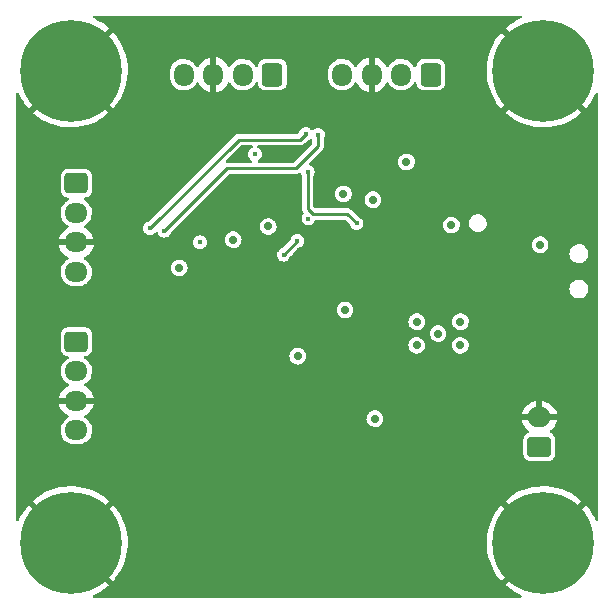
<source format=gbr>
%TF.GenerationSoftware,KiCad,Pcbnew,(6.0.7)*%
%TF.CreationDate,2023-04-20T13:52:41+01:00*%
%TF.ProjectId,BaroAxel_Brain,4261726f-4178-4656-9c5f-427261696e2e,1.0*%
%TF.SameCoordinates,Original*%
%TF.FileFunction,Copper,L4,Bot*%
%TF.FilePolarity,Positive*%
%FSLAX46Y46*%
G04 Gerber Fmt 4.6, Leading zero omitted, Abs format (unit mm)*
G04 Created by KiCad (PCBNEW (6.0.7)) date 2023-04-20 13:52:41*
%MOMM*%
%LPD*%
G01*
G04 APERTURE LIST*
G04 Aperture macros list*
%AMRoundRect*
0 Rectangle with rounded corners*
0 $1 Rounding radius*
0 $2 $3 $4 $5 $6 $7 $8 $9 X,Y pos of 4 corners*
0 Add a 4 corners polygon primitive as box body*
4,1,4,$2,$3,$4,$5,$6,$7,$8,$9,$2,$3,0*
0 Add four circle primitives for the rounded corners*
1,1,$1+$1,$2,$3*
1,1,$1+$1,$4,$5*
1,1,$1+$1,$6,$7*
1,1,$1+$1,$8,$9*
0 Add four rect primitives between the rounded corners*
20,1,$1+$1,$2,$3,$4,$5,0*
20,1,$1+$1,$4,$5,$6,$7,0*
20,1,$1+$1,$6,$7,$8,$9,0*
20,1,$1+$1,$8,$9,$2,$3,0*%
G04 Aperture macros list end*
%TA.AperFunction,ComponentPad*%
%ADD10RoundRect,0.250000X-0.725000X0.600000X-0.725000X-0.600000X0.725000X-0.600000X0.725000X0.600000X0*%
%TD*%
%TA.AperFunction,ComponentPad*%
%ADD11O,1.950000X1.700000*%
%TD*%
%TA.AperFunction,ComponentPad*%
%ADD12RoundRect,0.250000X0.600000X0.725000X-0.600000X0.725000X-0.600000X-0.725000X0.600000X-0.725000X0*%
%TD*%
%TA.AperFunction,ComponentPad*%
%ADD13O,1.700000X1.950000*%
%TD*%
%TA.AperFunction,ComponentPad*%
%ADD14C,0.900000*%
%TD*%
%TA.AperFunction,ComponentPad*%
%ADD15C,8.600000*%
%TD*%
%TA.AperFunction,ComponentPad*%
%ADD16RoundRect,0.250000X0.750000X-0.600000X0.750000X0.600000X-0.750000X0.600000X-0.750000X-0.600000X0*%
%TD*%
%TA.AperFunction,ComponentPad*%
%ADD17O,2.000000X1.700000*%
%TD*%
%TA.AperFunction,ViaPad*%
%ADD18C,0.450000*%
%TD*%
%TA.AperFunction,ViaPad*%
%ADD19C,0.700000*%
%TD*%
%TA.AperFunction,Conductor*%
%ADD20C,0.250000*%
%TD*%
G04 APERTURE END LIST*
D10*
%TO.P,J102,1,Pin_1*%
%TO.N,+3.3V*%
X128270000Y-106280000D03*
D11*
%TO.P,J102,2,Pin_2*%
%TO.N,/Microcontroller/SWDIO*%
X128270000Y-108780000D03*
%TO.P,J102,3,Pin_3*%
%TO.N,GND*%
X128270000Y-111280000D03*
%TO.P,J102,4,Pin_4*%
%TO.N,/Microcontroller/SWDCLK*%
X128270000Y-113780000D03*
%TD*%
D12*
%TO.P,J103,1,Pin_1*%
%TO.N,+3.3V*%
X144870000Y-97080000D03*
D13*
%TO.P,J103,2,Pin_2*%
%TO.N,/Microcontroller/ADC1*%
X142370000Y-97080000D03*
%TO.P,J103,3,Pin_3*%
%TO.N,GND*%
X139870000Y-97080000D03*
%TO.P,J103,4,Pin_4*%
%TO.N,/Microcontroller/ADC2*%
X137370000Y-97080000D03*
%TD*%
D12*
%TO.P,J104,1,Pin_1*%
%TO.N,+3.3V*%
X158270000Y-97080000D03*
D13*
%TO.P,J104,2,Pin_2*%
%TO.N,/Microcontroller/PWM1*%
X155770000Y-97080000D03*
%TO.P,J104,3,Pin_3*%
%TO.N,GND*%
X153270000Y-97080000D03*
%TO.P,J104,4,Pin_4*%
%TO.N,/Microcontroller/PWM2*%
X150770000Y-97080000D03*
%TD*%
D14*
%TO.P,H103,1,1*%
%TO.N,GND*%
X167820000Y-139955000D03*
X165539581Y-139010419D03*
X171045000Y-136730000D03*
X167820000Y-133505000D03*
X170100419Y-139010419D03*
X164595000Y-136730000D03*
D15*
X167820000Y-136730000D03*
D14*
X170100419Y-134449581D03*
X165539581Y-134449581D03*
%TD*%
%TO.P,H102,1,1*%
%TO.N,GND*%
X164595000Y-96730000D03*
X171045000Y-96730000D03*
X167820000Y-99955000D03*
X170100419Y-94449581D03*
X170100419Y-99010419D03*
D15*
X167820000Y-96730000D03*
D14*
X165539581Y-99010419D03*
X167820000Y-93505000D03*
X165539581Y-94449581D03*
%TD*%
D16*
%TO.P,J101,1,Pin_1*%
%TO.N,+5V*%
X167470000Y-128580000D03*
D17*
%TO.P,J101,2,Pin_2*%
%TO.N,GND*%
X167470000Y-126080000D03*
%TD*%
D14*
%TO.P,H101,1,1*%
%TO.N,GND*%
X124595000Y-96730000D03*
X130100419Y-94449581D03*
X131045000Y-96730000D03*
D15*
X127820000Y-96730000D03*
D14*
X125539581Y-99010419D03*
X127820000Y-99955000D03*
X125539581Y-94449581D03*
X127820000Y-93505000D03*
X130100419Y-99010419D03*
%TD*%
%TO.P,H104,1,1*%
%TO.N,GND*%
X125539581Y-134449581D03*
X130100419Y-134449581D03*
X127820000Y-139955000D03*
D15*
X127820000Y-136730000D03*
D14*
X130100419Y-139010419D03*
X131045000Y-136730000D03*
X124595000Y-136730000D03*
X125539581Y-139010419D03*
X127820000Y-133505000D03*
%TD*%
D10*
%TO.P,J105,1,Pin_1*%
%TO.N,+3.3V*%
X128270000Y-119680000D03*
D11*
%TO.P,J105,2,Pin_2*%
%TO.N,/Microcontroller/UART2_RX*%
X128270000Y-122180000D03*
%TO.P,J105,3,Pin_3*%
%TO.N,GND*%
X128270000Y-124680000D03*
%TO.P,J105,4,Pin_4*%
%TO.N,/Microcontroller/UART2_TX*%
X128270000Y-127180000D03*
%TD*%
D18*
%TO.N,GND*%
X166490000Y-101700000D03*
X135240000Y-122450000D03*
X125490000Y-124950000D03*
X142490000Y-120200000D03*
X137990000Y-120200000D03*
X131820000Y-120220000D03*
X131490000Y-122950000D03*
X142520000Y-131170000D03*
X135240000Y-120200000D03*
X148620000Y-115930000D03*
X137990000Y-115700000D03*
D19*
X150730000Y-115460000D03*
D18*
X164990000Y-118950000D03*
X162420000Y-131170000D03*
X144480000Y-122440000D03*
D19*
X150920000Y-109720000D03*
D18*
X168740000Y-106200000D03*
X133490000Y-112700000D03*
X155240000Y-110450000D03*
D19*
X145320000Y-119930000D03*
X151020000Y-119830000D03*
D18*
X162420000Y-139970000D03*
X156320000Y-136970000D03*
X159420000Y-133970000D03*
X138420000Y-135970000D03*
X147720000Y-131170000D03*
X147720000Y-128970000D03*
D19*
X150220000Y-113530000D03*
D18*
X152740000Y-114700000D03*
X156320000Y-133970000D03*
X142460000Y-114040000D03*
D19*
X162260000Y-112370000D03*
X149884500Y-109740000D03*
D18*
X156990000Y-111950000D03*
X147820000Y-117530000D03*
X169490000Y-120950000D03*
X156990000Y-110450000D03*
X137990000Y-122450000D03*
D19*
X149020000Y-120880000D03*
D18*
X155240000Y-108950000D03*
X135320000Y-131170000D03*
X133620000Y-128970000D03*
D19*
X155700000Y-127900000D03*
D18*
X150320000Y-128970000D03*
X140740000Y-120200000D03*
D19*
X154390000Y-124600000D03*
D18*
X150240000Y-122450000D03*
D19*
X152370000Y-107670000D03*
D18*
X170990000Y-106200000D03*
X125490000Y-108700000D03*
D19*
X167600000Y-115980000D03*
D18*
X145710000Y-104330000D03*
D19*
X154390000Y-123300000D03*
D18*
X147020000Y-117530000D03*
X159420000Y-139970000D03*
X155990000Y-94450000D03*
X158990000Y-111950000D03*
X135320000Y-135970000D03*
X145740000Y-94450000D03*
D19*
X137680000Y-104110000D03*
D18*
X168740000Y-103950000D03*
X139990000Y-99200000D03*
X155240000Y-113200000D03*
X135320000Y-138970000D03*
X162420000Y-133970000D03*
X133489012Y-115698024D03*
X156990000Y-108950000D03*
X131820000Y-117970000D03*
X135790000Y-111060000D03*
X152740000Y-122450000D03*
X166490000Y-106200000D03*
X142490000Y-117950000D03*
X148620000Y-116730000D03*
X139680000Y-110590000D03*
X160740000Y-106200000D03*
X125450000Y-130950000D03*
X135240000Y-115700000D03*
X142490000Y-115700000D03*
X133620000Y-138970000D03*
X140740000Y-106700000D03*
X148620000Y-117530000D03*
X144420000Y-128970000D03*
X159420000Y-136970000D03*
D19*
X144970000Y-115480000D03*
X155690000Y-124600000D03*
D18*
X133620000Y-131170000D03*
X125490000Y-105450000D03*
X170990000Y-101700000D03*
X136490000Y-94450000D03*
X147020000Y-116730000D03*
X133490000Y-120220000D03*
X147020000Y-115930000D03*
X125490000Y-121950000D03*
X170240000Y-124950000D03*
D19*
X157020000Y-102620000D03*
D18*
X136740000Y-106700000D03*
X156990000Y-113200000D03*
X142490000Y-122450000D03*
D19*
X154890000Y-127150000D03*
D18*
X142520000Y-128970000D03*
X140740000Y-108450000D03*
X138740000Y-108450000D03*
X162240000Y-114700000D03*
X131740000Y-112700000D03*
X142520000Y-133370000D03*
X152870000Y-108620000D03*
X147740000Y-122450000D03*
X144490000Y-120210000D03*
X158728145Y-106190332D03*
X164990000Y-116700000D03*
X142240000Y-94450000D03*
X139240000Y-104200000D03*
D19*
X149920000Y-119930000D03*
D18*
X164990000Y-114700000D03*
X139740000Y-94450000D03*
X133490000Y-117970000D03*
X149740000Y-94450000D03*
X131740000Y-106700000D03*
D19*
X154390000Y-122100000D03*
D18*
X167240000Y-118950000D03*
X137990000Y-117950000D03*
X125490000Y-118450000D03*
X125450000Y-102250000D03*
X159420000Y-131170000D03*
X158990000Y-113200000D03*
X147120000Y-105670000D03*
X164990000Y-113200000D03*
X150320000Y-131170000D03*
X170990000Y-103950000D03*
X125490000Y-114700000D03*
D19*
X156990000Y-124600000D03*
D18*
X125490000Y-128200000D03*
X153233862Y-94445949D03*
D19*
X136980000Y-110970000D03*
D18*
X135320000Y-133370000D03*
X156320000Y-131170000D03*
X144490000Y-117950000D03*
X170240000Y-129700000D03*
X167240000Y-120950000D03*
X155240000Y-111950000D03*
X134240000Y-108450000D03*
X133560000Y-110040000D03*
X125490000Y-111450000D03*
X153240000Y-118200000D03*
X171740000Y-120950000D03*
X147820000Y-116730000D03*
X138420000Y-138970000D03*
X164990000Y-120950000D03*
X133620000Y-133370000D03*
X140740000Y-115700000D03*
X138700000Y-112070000D03*
X131740000Y-115700000D03*
X168740000Y-101700000D03*
X155990000Y-114700000D03*
X145240000Y-111930000D03*
D19*
X137670000Y-101070000D03*
D18*
X151570000Y-106570000D03*
X140740000Y-122450000D03*
X144420000Y-131170000D03*
X133520000Y-122470000D03*
X148520000Y-108170000D03*
X166490000Y-103950000D03*
X150220000Y-101370000D03*
X135240000Y-117950000D03*
X135320000Y-128970000D03*
X162420000Y-136970000D03*
D19*
X149520000Y-112730000D03*
D18*
X145540000Y-108700000D03*
X148220000Y-101630000D03*
X147820000Y-115930000D03*
X142630000Y-103920000D03*
X166490000Y-108200000D03*
X147160000Y-111890000D03*
X140740000Y-114050000D03*
X142520000Y-135970000D03*
X159240000Y-94450000D03*
X133620000Y-135970000D03*
X140740000Y-117950000D03*
X134240000Y-106700000D03*
D19*
%TO.N,+3.3V*%
X158890000Y-119000000D03*
X167540000Y-111480000D03*
X144520000Y-109930000D03*
X147010000Y-120920000D03*
X157090000Y-120000000D03*
D18*
X143390000Y-103800000D03*
D19*
X153370000Y-107670000D03*
X157090000Y-118000000D03*
X136980000Y-113430000D03*
D18*
X138730000Y-111260000D03*
D19*
X150880000Y-107164500D03*
X160790000Y-118000000D03*
D18*
X147920000Y-109270000D03*
D19*
X160790000Y-120000000D03*
X160030000Y-109820000D03*
X153540000Y-126210000D03*
X141550000Y-111050000D03*
X156220000Y-104470000D03*
X151010000Y-117000000D03*
D18*
%TO.N,/Microcontroller/UART2_RX*%
X147720000Y-102070000D03*
X134510000Y-110090000D03*
%TO.N,/Microcontroller/UART2_TX*%
X135720000Y-110300000D03*
X148730000Y-102160000D03*
%TO.N,/Microcontroller/NRST*%
X147870000Y-105330000D03*
X152000000Y-109680000D03*
%TO.N,/Microcontroller/I2C1_SDA*%
X146980000Y-111150000D03*
X145810000Y-112320000D03*
%TD*%
D20*
%TO.N,/Microcontroller/UART2_RX*%
X147220000Y-102570000D02*
X142030000Y-102570000D01*
X147720000Y-102070000D02*
X147220000Y-102570000D01*
X142030000Y-102570000D02*
X134510000Y-110090000D01*
%TO.N,/Microcontroller/UART2_TX*%
X135720000Y-110300000D02*
X141010000Y-105010000D01*
X141010000Y-105010000D02*
X146860000Y-105010000D01*
X148730000Y-103140000D02*
X148730000Y-102160000D01*
X146860000Y-105010000D02*
X148730000Y-103140000D01*
%TO.N,/Microcontroller/NRST*%
X148320000Y-108870000D02*
X151190000Y-108870000D01*
X151190000Y-108870000D02*
X152000000Y-109680000D01*
X147870000Y-105330000D02*
X147870000Y-108420000D01*
X147870000Y-108420000D02*
X148320000Y-108870000D01*
%TO.N,/Microcontroller/I2C1_SDA*%
X145810000Y-112320000D02*
X146980000Y-111150000D01*
%TD*%
%TA.AperFunction,Conductor*%
%TO.N,GND*%
G36*
X165914932Y-92100502D02*
G01*
X165961425Y-92154158D01*
X165971529Y-92224432D01*
X165942035Y-92289012D01*
X165899562Y-92320926D01*
X165615133Y-92452050D01*
X165610164Y-92454614D01*
X165243581Y-92664984D01*
X165238848Y-92667987D01*
X164892420Y-92910109D01*
X164887979Y-92913517D01*
X164616476Y-93141739D01*
X164608031Y-93154456D01*
X164614139Y-93164929D01*
X165013493Y-93564283D01*
X165512365Y-94063156D01*
X165539580Y-94090371D01*
X166424878Y-94975668D01*
X170100419Y-98651209D01*
X170985717Y-99536506D01*
X171382145Y-99932934D01*
X171395903Y-99940446D01*
X171405263Y-99933989D01*
X171574244Y-99741303D01*
X171577744Y-99736935D01*
X171827073Y-99395645D01*
X171830168Y-99390987D01*
X172048160Y-99028903D01*
X172050841Y-99023964D01*
X172230204Y-98655401D01*
X172277998Y-98602901D01*
X172346589Y-98584575D01*
X172414199Y-98606241D01*
X172459362Y-98661020D01*
X172469500Y-98710537D01*
X172469500Y-134758772D01*
X172449498Y-134826893D01*
X172395842Y-134873386D01*
X172325568Y-134883490D01*
X172260988Y-134853996D01*
X172227473Y-134807903D01*
X172165098Y-134660599D01*
X172162683Y-134655536D01*
X171963936Y-134282535D01*
X171961085Y-134277713D01*
X171729974Y-133923865D01*
X171726692Y-133919297D01*
X171465030Y-133587380D01*
X171461382Y-133583155D01*
X171408103Y-133526715D01*
X171394389Y-133518705D01*
X171393517Y-133518742D01*
X171385438Y-133523772D01*
X170985717Y-133923493D01*
X170100419Y-134808790D01*
X169574332Y-135334878D01*
X166424879Y-138484331D01*
X165539581Y-139369628D01*
X165013494Y-139895716D01*
X164616736Y-140292474D01*
X164609122Y-140306418D01*
X164609171Y-140307110D01*
X164614617Y-140315274D01*
X164692268Y-140387812D01*
X164696507Y-140391433D01*
X165029802Y-140651363D01*
X165034359Y-140654602D01*
X165389448Y-140883880D01*
X165394250Y-140886686D01*
X165768316Y-141083491D01*
X165773374Y-141085871D01*
X165896424Y-141137218D01*
X165951588Y-141181911D01*
X165973832Y-141249332D01*
X165956094Y-141318077D01*
X165904006Y-141366320D01*
X165847901Y-141379500D01*
X129790718Y-141379500D01*
X129722597Y-141359498D01*
X129676104Y-141305842D01*
X129666000Y-141235568D01*
X129695494Y-141170988D01*
X129740980Y-141137732D01*
X129912126Y-141064202D01*
X129917169Y-141061764D01*
X130289131Y-140861063D01*
X130293935Y-140858188D01*
X130646563Y-140625231D01*
X130651126Y-140621916D01*
X130981658Y-140358529D01*
X130985873Y-140354852D01*
X131023823Y-140318649D01*
X131031763Y-140304890D01*
X131031713Y-140303843D01*
X131026822Y-140296032D01*
X130626507Y-139895717D01*
X129741210Y-139010419D01*
X129215122Y-138484332D01*
X127461922Y-136731132D01*
X128184408Y-136731132D01*
X128184539Y-136732965D01*
X128188790Y-136739580D01*
X129574331Y-138125121D01*
X130090621Y-138641412D01*
X130100418Y-138651209D01*
X130985716Y-139536506D01*
X131382142Y-139932932D01*
X131395903Y-139940446D01*
X131405263Y-139933989D01*
X131574244Y-139741303D01*
X131577744Y-139736935D01*
X131827073Y-139395645D01*
X131830168Y-139390987D01*
X132048160Y-139028903D01*
X132050841Y-139023964D01*
X132235779Y-138643946D01*
X132238014Y-138638780D01*
X132388442Y-138243815D01*
X132390201Y-138238496D01*
X132504920Y-137831730D01*
X132506204Y-137826259D01*
X132584315Y-137410883D01*
X132585102Y-137405346D01*
X132626035Y-136984102D01*
X132626308Y-136979665D01*
X132632788Y-136732233D01*
X132632746Y-136727762D01*
X132627360Y-136606825D01*
X163008855Y-136606825D01*
X163016600Y-137029410D01*
X163016950Y-137034976D01*
X163062231Y-137455208D01*
X163063078Y-137460746D01*
X163145535Y-137875286D01*
X163146864Y-137880698D01*
X163265852Y-138286289D01*
X163267658Y-138291564D01*
X163422219Y-138684948D01*
X163424501Y-138690072D01*
X163613416Y-139068150D01*
X163616140Y-139073043D01*
X163837917Y-139432833D01*
X163841068Y-139437469D01*
X164093955Y-139776127D01*
X164097488Y-139780444D01*
X164233222Y-139931988D01*
X164246717Y-139940351D01*
X164256128Y-139934662D01*
X164654283Y-139536507D01*
X165539581Y-138651210D01*
X165549378Y-138641413D01*
X166065668Y-138125122D01*
X167447978Y-136742812D01*
X167455592Y-136728868D01*
X167455461Y-136727035D01*
X167451210Y-136720420D01*
X166065669Y-135334879D01*
X165180372Y-134449581D01*
X164654284Y-133923494D01*
X164255561Y-133524771D01*
X164242253Y-133517504D01*
X164232214Y-133524626D01*
X163988223Y-133817994D01*
X163984828Y-133822467D01*
X163744528Y-134170152D01*
X163741549Y-134174902D01*
X163533106Y-134542575D01*
X163530562Y-134547568D01*
X163355629Y-134932312D01*
X163353538Y-134937511D01*
X163213498Y-135336290D01*
X163211877Y-135341659D01*
X163107840Y-135751303D01*
X163106706Y-135756776D01*
X163039496Y-136174054D01*
X163038851Y-136179632D01*
X163009002Y-136601204D01*
X163008855Y-136606825D01*
X132627360Y-136606825D01*
X132613917Y-136304973D01*
X132613419Y-136299386D01*
X132557155Y-135880499D01*
X132556162Y-135874976D01*
X132462883Y-135462748D01*
X132461410Y-135457361D01*
X132331847Y-135055025D01*
X132329910Y-135049815D01*
X132165098Y-134660599D01*
X132162683Y-134655536D01*
X131963936Y-134282535D01*
X131961085Y-134277713D01*
X131729974Y-133923865D01*
X131726692Y-133919297D01*
X131465030Y-133587380D01*
X131461382Y-133583155D01*
X131408103Y-133526715D01*
X131394389Y-133518705D01*
X131393517Y-133518742D01*
X131385438Y-133523772D01*
X130985717Y-133923493D01*
X130100419Y-134808790D01*
X129574332Y-135334878D01*
X128192022Y-136717188D01*
X128184408Y-136731132D01*
X127461922Y-136731132D01*
X126065669Y-135334879D01*
X125180372Y-134449581D01*
X124654284Y-133923494D01*
X124255561Y-133524771D01*
X124242253Y-133517504D01*
X124232214Y-133524626D01*
X123988223Y-133817994D01*
X123984828Y-133822467D01*
X123744528Y-134170152D01*
X123741549Y-134174902D01*
X123533106Y-134542575D01*
X123530562Y-134547568D01*
X123411201Y-134810087D01*
X123364797Y-134863820D01*
X123296710Y-134883936D01*
X123228556Y-134864047D01*
X123181974Y-134810469D01*
X123170500Y-134757936D01*
X123170500Y-133154456D01*
X124608031Y-133154456D01*
X124614139Y-133164929D01*
X125013493Y-133564283D01*
X125539580Y-134090371D01*
X126424878Y-134975668D01*
X127807188Y-136357978D01*
X127821132Y-136365592D01*
X127822965Y-136365461D01*
X127829580Y-136361210D01*
X129215121Y-134975669D01*
X130100419Y-134090372D01*
X130626506Y-133564284D01*
X131022754Y-133168036D01*
X131030169Y-133154456D01*
X164608031Y-133154456D01*
X164614139Y-133164929D01*
X165013493Y-133564283D01*
X165539580Y-134090371D01*
X166424878Y-134975668D01*
X167807188Y-136357978D01*
X167821132Y-136365592D01*
X167822965Y-136365461D01*
X167829580Y-136361210D01*
X169215121Y-134975669D01*
X170100419Y-134090372D01*
X170626506Y-133564284D01*
X171022754Y-133168036D01*
X171030316Y-133154187D01*
X171023987Y-133144962D01*
X170850928Y-132991582D01*
X170846561Y-132988046D01*
X170506600Y-132736948D01*
X170501947Y-132733821D01*
X170140995Y-132513926D01*
X170136094Y-132511232D01*
X169757027Y-132324297D01*
X169751904Y-132322048D01*
X169357707Y-132169545D01*
X169352417Y-132167765D01*
X168946218Y-132050904D01*
X168940794Y-132049602D01*
X168525822Y-131969316D01*
X168520293Y-131968500D01*
X168099828Y-131925420D01*
X168094247Y-131925098D01*
X167671635Y-131919566D01*
X167666024Y-131919742D01*
X167244593Y-131951800D01*
X167239036Y-131952472D01*
X166822128Y-132021864D01*
X166816631Y-132023032D01*
X166407547Y-132129209D01*
X166402181Y-132130861D01*
X166004153Y-132272983D01*
X165998965Y-132275100D01*
X165615133Y-132452050D01*
X165610164Y-132454614D01*
X165243581Y-132664984D01*
X165238848Y-132667987D01*
X164892420Y-132910109D01*
X164887979Y-132913517D01*
X164616476Y-133141739D01*
X164608031Y-133154456D01*
X131030169Y-133154456D01*
X131030316Y-133154187D01*
X131023987Y-133144962D01*
X130850928Y-132991582D01*
X130846561Y-132988046D01*
X130506600Y-132736948D01*
X130501947Y-132733821D01*
X130140995Y-132513926D01*
X130136094Y-132511232D01*
X129757027Y-132324297D01*
X129751904Y-132322048D01*
X129357707Y-132169545D01*
X129352417Y-132167765D01*
X128946218Y-132050904D01*
X128940794Y-132049602D01*
X128525822Y-131969316D01*
X128520293Y-131968500D01*
X128099828Y-131925420D01*
X128094247Y-131925098D01*
X127671635Y-131919566D01*
X127666024Y-131919742D01*
X127244593Y-131951800D01*
X127239036Y-131952472D01*
X126822128Y-132021864D01*
X126816631Y-132023032D01*
X126407547Y-132129209D01*
X126402181Y-132130861D01*
X126004153Y-132272983D01*
X125998965Y-132275100D01*
X125615133Y-132452050D01*
X125610164Y-132454614D01*
X125243581Y-132664984D01*
X125238848Y-132667987D01*
X124892420Y-132910109D01*
X124887979Y-132913517D01*
X124616476Y-133141739D01*
X124608031Y-133154456D01*
X123170500Y-133154456D01*
X123170500Y-124948580D01*
X126813752Y-124948580D01*
X126838477Y-125066421D01*
X126841537Y-125076617D01*
X126922263Y-125281029D01*
X126926994Y-125290561D01*
X127041016Y-125478462D01*
X127047280Y-125487052D01*
X127191327Y-125653052D01*
X127198958Y-125660472D01*
X127368911Y-125799826D01*
X127377678Y-125805850D01*
X127560912Y-125910153D01*
X127610218Y-125961235D01*
X127624080Y-126030865D01*
X127598097Y-126096936D01*
X127554310Y-126132660D01*
X127520234Y-126149465D01*
X127515053Y-126152020D01*
X127510427Y-126155474D01*
X127510426Y-126155475D01*
X127342891Y-126280580D01*
X127338267Y-126284033D01*
X127188499Y-126446051D01*
X127070764Y-126632650D01*
X126989006Y-126837579D01*
X126987880Y-126843239D01*
X126987879Y-126843243D01*
X126947089Y-127048309D01*
X126945962Y-127053976D01*
X126945886Y-127059751D01*
X126945886Y-127059755D01*
X126944437Y-127170496D01*
X126943074Y-127274594D01*
X126944053Y-127280291D01*
X126944053Y-127280292D01*
X126948475Y-127306024D01*
X126980438Y-127492043D01*
X127056804Y-127699043D01*
X127169614Y-127888659D01*
X127315090Y-128054543D01*
X127488360Y-128191137D01*
X127683620Y-128293869D01*
X127894333Y-128359297D01*
X127900070Y-128359976D01*
X128069789Y-128380064D01*
X128069795Y-128380064D01*
X128073476Y-128380500D01*
X128450970Y-128380500D01*
X128614711Y-128365454D01*
X128620273Y-128363885D01*
X128620275Y-128363885D01*
X128720888Y-128335509D01*
X128827064Y-128305565D01*
X129024947Y-128207980D01*
X129047503Y-128191137D01*
X129197109Y-128079420D01*
X129197110Y-128079420D01*
X129201733Y-128075967D01*
X129351501Y-127913949D01*
X129469236Y-127727350D01*
X129550994Y-127522421D01*
X129572308Y-127415271D01*
X129592911Y-127311691D01*
X129592911Y-127311688D01*
X129594038Y-127306024D01*
X129594450Y-127274594D01*
X129596850Y-127091188D01*
X129596926Y-127085406D01*
X129592642Y-127060472D01*
X129560541Y-126873654D01*
X129560541Y-126873653D01*
X129559562Y-126867957D01*
X129483196Y-126660957D01*
X129463450Y-126627767D01*
X129373340Y-126476306D01*
X129373339Y-126476305D01*
X129370386Y-126471341D01*
X129224910Y-126305457D01*
X129094449Y-126202611D01*
X152834394Y-126202611D01*
X152852999Y-126371135D01*
X152911266Y-126530356D01*
X152915502Y-126536659D01*
X152915502Y-126536660D01*
X152928574Y-126556113D01*
X153005830Y-126671083D01*
X153011442Y-126676190D01*
X153011445Y-126676193D01*
X153125612Y-126780077D01*
X153125616Y-126780080D01*
X153131233Y-126785191D01*
X153137906Y-126788814D01*
X153137910Y-126788817D01*
X153273558Y-126862467D01*
X153273560Y-126862468D01*
X153280235Y-126866092D01*
X153287584Y-126868020D01*
X153436883Y-126907188D01*
X153436885Y-126907188D01*
X153444233Y-126909116D01*
X153530609Y-126910473D01*
X153606161Y-126911660D01*
X153606164Y-126911660D01*
X153613760Y-126911779D01*
X153621165Y-126910083D01*
X153621166Y-126910083D01*
X153681586Y-126896245D01*
X153779029Y-126873928D01*
X153930498Y-126797747D01*
X154059423Y-126687634D01*
X154158361Y-126549947D01*
X154166237Y-126530356D01*
X154218766Y-126399687D01*
X154218767Y-126399685D01*
X154221601Y-126392634D01*
X154227871Y-126348580D01*
X165988752Y-126348580D01*
X166013477Y-126466421D01*
X166016537Y-126476617D01*
X166097263Y-126681029D01*
X166101994Y-126690561D01*
X166216016Y-126878462D01*
X166222280Y-126887052D01*
X166366327Y-127053052D01*
X166373958Y-127060472D01*
X166545866Y-127201428D01*
X166585861Y-127260088D01*
X166587792Y-127331058D01*
X166551048Y-127391806D01*
X166514192Y-127415271D01*
X166417159Y-127455464D01*
X166291718Y-127551718D01*
X166195464Y-127677159D01*
X166134956Y-127823238D01*
X166119500Y-127940639D01*
X166119501Y-129219360D01*
X166134956Y-129336762D01*
X166195464Y-129482841D01*
X166291718Y-129608282D01*
X166417159Y-129704536D01*
X166563238Y-129765044D01*
X166571426Y-129766122D01*
X166676545Y-129779961D01*
X166680639Y-129780500D01*
X167469904Y-129780500D01*
X168259360Y-129780499D01*
X168263444Y-129779961D01*
X168263450Y-129779961D01*
X168368575Y-129766122D01*
X168368577Y-129766122D01*
X168376762Y-129765044D01*
X168522841Y-129704536D01*
X168648282Y-129608282D01*
X168744536Y-129482841D01*
X168805044Y-129336762D01*
X168820500Y-129219361D01*
X168820499Y-127940640D01*
X168816986Y-127913949D01*
X168806122Y-127831425D01*
X168806122Y-127831423D01*
X168805044Y-127823238D01*
X168744536Y-127677159D01*
X168648282Y-127551718D01*
X168522841Y-127455464D01*
X168421379Y-127413437D01*
X168366099Y-127368888D01*
X168343678Y-127301525D01*
X168361236Y-127232734D01*
X168399232Y-127192507D01*
X168469578Y-127145148D01*
X168477870Y-127138481D01*
X168636900Y-126986772D01*
X168643941Y-126978814D01*
X168775141Y-126802475D01*
X168780745Y-126793438D01*
X168880357Y-126597516D01*
X168884357Y-126587665D01*
X168949534Y-126377760D01*
X168951817Y-126367376D01*
X168953861Y-126351957D01*
X168951665Y-126337793D01*
X168938478Y-126334000D01*
X166003808Y-126334000D01*
X165990277Y-126337973D01*
X165988752Y-126348580D01*
X154227871Y-126348580D01*
X154245490Y-126224778D01*
X154245645Y-126210000D01*
X154243840Y-126195080D01*
X154236286Y-126132660D01*
X154225276Y-126041680D01*
X154165345Y-125883077D01*
X154122086Y-125820135D01*
X154113775Y-125808043D01*
X165986139Y-125808043D01*
X165988335Y-125822207D01*
X166001522Y-125826000D01*
X167197885Y-125826000D01*
X167213124Y-125821525D01*
X167214329Y-125820135D01*
X167216000Y-125812452D01*
X167216000Y-125807885D01*
X167724000Y-125807885D01*
X167728475Y-125823124D01*
X167729865Y-125824329D01*
X167737548Y-125826000D01*
X168936192Y-125826000D01*
X168949723Y-125822027D01*
X168951248Y-125811420D01*
X168926523Y-125693579D01*
X168923463Y-125683383D01*
X168842737Y-125478971D01*
X168838006Y-125469439D01*
X168723984Y-125281538D01*
X168717720Y-125272948D01*
X168573673Y-125106948D01*
X168566042Y-125099528D01*
X168396089Y-124960174D01*
X168387322Y-124954150D01*
X168196318Y-124845424D01*
X168186654Y-124840959D01*
X167980059Y-124765969D01*
X167969792Y-124763198D01*
X167752345Y-124723877D01*
X167744116Y-124722944D01*
X167739624Y-124722732D01*
X167726876Y-124726475D01*
X167725671Y-124727865D01*
X167724000Y-124735548D01*
X167724000Y-125807885D01*
X167216000Y-125807885D01*
X167216000Y-124744030D01*
X167211690Y-124729352D01*
X167199807Y-124727289D01*
X167095675Y-124736124D01*
X167085203Y-124737914D01*
X166872465Y-124793130D01*
X166862425Y-124796665D01*
X166662030Y-124886937D01*
X166652744Y-124892106D01*
X166470425Y-125014850D01*
X166462130Y-125021519D01*
X166303100Y-125173228D01*
X166296059Y-125181186D01*
X166164859Y-125357525D01*
X166159255Y-125366562D01*
X166059643Y-125562484D01*
X166055643Y-125572335D01*
X165990466Y-125782240D01*
X165988183Y-125792624D01*
X165986139Y-125808043D01*
X154113775Y-125808043D01*
X154073614Y-125749608D01*
X154073613Y-125749607D01*
X154069312Y-125743349D01*
X154013452Y-125693579D01*
X153948392Y-125635612D01*
X153948388Y-125635610D01*
X153942721Y-125630560D01*
X153792881Y-125551224D01*
X153628441Y-125509919D01*
X153620843Y-125509879D01*
X153620841Y-125509879D01*
X153543668Y-125509475D01*
X153458895Y-125509031D01*
X153451508Y-125510805D01*
X153451504Y-125510805D01*
X153308162Y-125545220D01*
X153294032Y-125548612D01*
X153287288Y-125552093D01*
X153287285Y-125552094D01*
X153220098Y-125586772D01*
X153143369Y-125626375D01*
X153137647Y-125631367D01*
X153137645Y-125631368D01*
X153078019Y-125683383D01*
X153015604Y-125737831D01*
X152918113Y-125876547D01*
X152856524Y-126034513D01*
X152855532Y-126042046D01*
X152855532Y-126042047D01*
X152839191Y-126166175D01*
X152834394Y-126202611D01*
X129094449Y-126202611D01*
X129051640Y-126168863D01*
X128977989Y-126130113D01*
X128927017Y-126080693D01*
X128910854Y-126011561D01*
X128934633Y-125944665D01*
X128984907Y-125903723D01*
X129052966Y-125873065D01*
X129062256Y-125867894D01*
X129244575Y-125745150D01*
X129252870Y-125738481D01*
X129411900Y-125586772D01*
X129418941Y-125578814D01*
X129550141Y-125402475D01*
X129555745Y-125393438D01*
X129655357Y-125197516D01*
X129659357Y-125187665D01*
X129724534Y-124977760D01*
X129726817Y-124967376D01*
X129728861Y-124951957D01*
X129726665Y-124937793D01*
X129713478Y-124934000D01*
X126828808Y-124934000D01*
X126815277Y-124937973D01*
X126813752Y-124948580D01*
X123170500Y-124948580D01*
X123170500Y-124408043D01*
X126811139Y-124408043D01*
X126813335Y-124422207D01*
X126826522Y-124426000D01*
X129711192Y-124426000D01*
X129724723Y-124422027D01*
X129726248Y-124411420D01*
X129701523Y-124293579D01*
X129698463Y-124283383D01*
X129617737Y-124078971D01*
X129613006Y-124069439D01*
X129498984Y-123881538D01*
X129492720Y-123872948D01*
X129348673Y-123706948D01*
X129341042Y-123699528D01*
X129171089Y-123560174D01*
X129162322Y-123554150D01*
X128979088Y-123449847D01*
X128929782Y-123398765D01*
X128915920Y-123329135D01*
X128941903Y-123263064D01*
X128985690Y-123227340D01*
X129019766Y-123210535D01*
X129024947Y-123207980D01*
X129047503Y-123191137D01*
X129197109Y-123079420D01*
X129197110Y-123079420D01*
X129201733Y-123075967D01*
X129351501Y-122913949D01*
X129469236Y-122727350D01*
X129550994Y-122522421D01*
X129594038Y-122306024D01*
X129594450Y-122274594D01*
X129596850Y-122091188D01*
X129596926Y-122085406D01*
X129595947Y-122079708D01*
X129560541Y-121873654D01*
X129560541Y-121873653D01*
X129559562Y-121867957D01*
X129483196Y-121660957D01*
X129463450Y-121627767D01*
X129373340Y-121476306D01*
X129373339Y-121476305D01*
X129370386Y-121471341D01*
X129224910Y-121305457D01*
X129051640Y-121168863D01*
X128954979Y-121118007D01*
X128904007Y-121068588D01*
X128887844Y-120999455D01*
X128911623Y-120932559D01*
X128937429Y-120912611D01*
X146304394Y-120912611D01*
X146322999Y-121081135D01*
X146381266Y-121240356D01*
X146385502Y-121246659D01*
X146385502Y-121246660D01*
X146398574Y-121266113D01*
X146475830Y-121381083D01*
X146481442Y-121386190D01*
X146481445Y-121386193D01*
X146595612Y-121490077D01*
X146595616Y-121490080D01*
X146601233Y-121495191D01*
X146607906Y-121498814D01*
X146607910Y-121498817D01*
X146743558Y-121572467D01*
X146743560Y-121572468D01*
X146750235Y-121576092D01*
X146757584Y-121578020D01*
X146906883Y-121617188D01*
X146906885Y-121617188D01*
X146914233Y-121619116D01*
X147000609Y-121620473D01*
X147076161Y-121621660D01*
X147076164Y-121621660D01*
X147083760Y-121621779D01*
X147091165Y-121620083D01*
X147091166Y-121620083D01*
X147151586Y-121606245D01*
X147249029Y-121583928D01*
X147400498Y-121507747D01*
X147529423Y-121397634D01*
X147628361Y-121259947D01*
X147636237Y-121240356D01*
X147688766Y-121109687D01*
X147688767Y-121109685D01*
X147691601Y-121102634D01*
X147715490Y-120934778D01*
X147715645Y-120920000D01*
X147713840Y-120905080D01*
X147708612Y-120861884D01*
X147695276Y-120751680D01*
X147635345Y-120593077D01*
X147623052Y-120575191D01*
X147543614Y-120459608D01*
X147543613Y-120459607D01*
X147539312Y-120453349D01*
X147527514Y-120442837D01*
X147418392Y-120345612D01*
X147418388Y-120345610D01*
X147412721Y-120340560D01*
X147386469Y-120326660D01*
X147345080Y-120304746D01*
X147262881Y-120261224D01*
X147098441Y-120219919D01*
X147090843Y-120219879D01*
X147090841Y-120219879D01*
X147013668Y-120219475D01*
X146928895Y-120219031D01*
X146921508Y-120220805D01*
X146921504Y-120220805D01*
X146778162Y-120255220D01*
X146764032Y-120258612D01*
X146757288Y-120262093D01*
X146757285Y-120262094D01*
X146632191Y-120326660D01*
X146613369Y-120336375D01*
X146485604Y-120447831D01*
X146472699Y-120466193D01*
X146393546Y-120578817D01*
X146388113Y-120586547D01*
X146326524Y-120744513D01*
X146325532Y-120752046D01*
X146325532Y-120752047D01*
X146308622Y-120880499D01*
X146304394Y-120912611D01*
X128937429Y-120912611D01*
X128967794Y-120889139D01*
X129013647Y-120880499D01*
X129034360Y-120880499D01*
X129038444Y-120879961D01*
X129038450Y-120879961D01*
X129143575Y-120866122D01*
X129143577Y-120866122D01*
X129151762Y-120865044D01*
X129297841Y-120804536D01*
X129423282Y-120708282D01*
X129519536Y-120582841D01*
X129580044Y-120436762D01*
X129595500Y-120319361D01*
X129595500Y-119992611D01*
X156384394Y-119992611D01*
X156402999Y-120161135D01*
X156461266Y-120320356D01*
X156465502Y-120326659D01*
X156465502Y-120326660D01*
X156474842Y-120340560D01*
X156555830Y-120461083D01*
X156561442Y-120466190D01*
X156561445Y-120466193D01*
X156675612Y-120570077D01*
X156675616Y-120570080D01*
X156681233Y-120575191D01*
X156687906Y-120578814D01*
X156687910Y-120578817D01*
X156823558Y-120652467D01*
X156823560Y-120652468D01*
X156830235Y-120656092D01*
X156837584Y-120658020D01*
X156986883Y-120697188D01*
X156986885Y-120697188D01*
X156994233Y-120699116D01*
X157080609Y-120700473D01*
X157156161Y-120701660D01*
X157156164Y-120701660D01*
X157163760Y-120701779D01*
X157171165Y-120700083D01*
X157171166Y-120700083D01*
X157231586Y-120686245D01*
X157329029Y-120663928D01*
X157480498Y-120587747D01*
X157609423Y-120477634D01*
X157708361Y-120339947D01*
X157718294Y-120315239D01*
X157768766Y-120189687D01*
X157768767Y-120189685D01*
X157771601Y-120182634D01*
X157795490Y-120014778D01*
X157795645Y-120000000D01*
X157794751Y-119992611D01*
X160084394Y-119992611D01*
X160102999Y-120161135D01*
X160161266Y-120320356D01*
X160165502Y-120326659D01*
X160165502Y-120326660D01*
X160174842Y-120340560D01*
X160255830Y-120461083D01*
X160261442Y-120466190D01*
X160261445Y-120466193D01*
X160375612Y-120570077D01*
X160375616Y-120570080D01*
X160381233Y-120575191D01*
X160387906Y-120578814D01*
X160387910Y-120578817D01*
X160523558Y-120652467D01*
X160523560Y-120652468D01*
X160530235Y-120656092D01*
X160537584Y-120658020D01*
X160686883Y-120697188D01*
X160686885Y-120697188D01*
X160694233Y-120699116D01*
X160780609Y-120700473D01*
X160856161Y-120701660D01*
X160856164Y-120701660D01*
X160863760Y-120701779D01*
X160871165Y-120700083D01*
X160871166Y-120700083D01*
X160931586Y-120686245D01*
X161029029Y-120663928D01*
X161180498Y-120587747D01*
X161309423Y-120477634D01*
X161408361Y-120339947D01*
X161418294Y-120315239D01*
X161468766Y-120189687D01*
X161468767Y-120189685D01*
X161471601Y-120182634D01*
X161495490Y-120014778D01*
X161495645Y-120000000D01*
X161493840Y-119985080D01*
X161476188Y-119839220D01*
X161475276Y-119831680D01*
X161415345Y-119673077D01*
X161404997Y-119658020D01*
X161323614Y-119539608D01*
X161323613Y-119539607D01*
X161319312Y-119533349D01*
X161307514Y-119522837D01*
X161198392Y-119425612D01*
X161198388Y-119425610D01*
X161192721Y-119420560D01*
X161042881Y-119341224D01*
X160878441Y-119299919D01*
X160870843Y-119299879D01*
X160870841Y-119299879D01*
X160793668Y-119299475D01*
X160708895Y-119299031D01*
X160701508Y-119300805D01*
X160701504Y-119300805D01*
X160567824Y-119332900D01*
X160544032Y-119338612D01*
X160537288Y-119342093D01*
X160537285Y-119342094D01*
X160400117Y-119412892D01*
X160393369Y-119416375D01*
X160265604Y-119527831D01*
X160261237Y-119534045D01*
X160178009Y-119652467D01*
X160168113Y-119666547D01*
X160106524Y-119824513D01*
X160084394Y-119992611D01*
X157794751Y-119992611D01*
X157793840Y-119985080D01*
X157776188Y-119839220D01*
X157775276Y-119831680D01*
X157715345Y-119673077D01*
X157704997Y-119658020D01*
X157623614Y-119539608D01*
X157623613Y-119539607D01*
X157619312Y-119533349D01*
X157607514Y-119522837D01*
X157498392Y-119425612D01*
X157498388Y-119425610D01*
X157492721Y-119420560D01*
X157342881Y-119341224D01*
X157178441Y-119299919D01*
X157170843Y-119299879D01*
X157170841Y-119299879D01*
X157093668Y-119299475D01*
X157008895Y-119299031D01*
X157001508Y-119300805D01*
X157001504Y-119300805D01*
X156867824Y-119332900D01*
X156844032Y-119338612D01*
X156837288Y-119342093D01*
X156837285Y-119342094D01*
X156700117Y-119412892D01*
X156693369Y-119416375D01*
X156565604Y-119527831D01*
X156561237Y-119534045D01*
X156478009Y-119652467D01*
X156468113Y-119666547D01*
X156406524Y-119824513D01*
X156384394Y-119992611D01*
X129595500Y-119992611D01*
X129595499Y-119040640D01*
X129592095Y-119014778D01*
X129589177Y-118992611D01*
X158184394Y-118992611D01*
X158202999Y-119161135D01*
X158261266Y-119320356D01*
X158265502Y-119326659D01*
X158265502Y-119326660D01*
X158275289Y-119341224D01*
X158355830Y-119461083D01*
X158361442Y-119466190D01*
X158361445Y-119466193D01*
X158475612Y-119570077D01*
X158475616Y-119570080D01*
X158481233Y-119575191D01*
X158487906Y-119578814D01*
X158487910Y-119578817D01*
X158623558Y-119652467D01*
X158623560Y-119652468D01*
X158630235Y-119656092D01*
X158637584Y-119658020D01*
X158786883Y-119697188D01*
X158786885Y-119697188D01*
X158794233Y-119699116D01*
X158880609Y-119700473D01*
X158956161Y-119701660D01*
X158956164Y-119701660D01*
X158963760Y-119701779D01*
X158971165Y-119700083D01*
X158971166Y-119700083D01*
X159031586Y-119686245D01*
X159129029Y-119663928D01*
X159280498Y-119587747D01*
X159409423Y-119477634D01*
X159508361Y-119339947D01*
X159516237Y-119320356D01*
X159568766Y-119189687D01*
X159568767Y-119189685D01*
X159571601Y-119182634D01*
X159591223Y-119044761D01*
X159594909Y-119018862D01*
X159594909Y-119018859D01*
X159595490Y-119014778D01*
X159595645Y-119000000D01*
X159593840Y-118985080D01*
X159585433Y-118915610D01*
X159575276Y-118831680D01*
X159515345Y-118673077D01*
X159504997Y-118658020D01*
X159423614Y-118539608D01*
X159423613Y-118539607D01*
X159419312Y-118533349D01*
X159375011Y-118493878D01*
X159298392Y-118425612D01*
X159298388Y-118425610D01*
X159292721Y-118420560D01*
X159142881Y-118341224D01*
X158978441Y-118299919D01*
X158970843Y-118299879D01*
X158970841Y-118299879D01*
X158893668Y-118299475D01*
X158808895Y-118299031D01*
X158801508Y-118300805D01*
X158801504Y-118300805D01*
X158667824Y-118332900D01*
X158644032Y-118338612D01*
X158637288Y-118342093D01*
X158637285Y-118342094D01*
X158500117Y-118412892D01*
X158493369Y-118416375D01*
X158365604Y-118527831D01*
X158361237Y-118534045D01*
X158278009Y-118652467D01*
X158268113Y-118666547D01*
X158206524Y-118824513D01*
X158184394Y-118992611D01*
X129589177Y-118992611D01*
X129581122Y-118931425D01*
X129581122Y-118931423D01*
X129580044Y-118923238D01*
X129519536Y-118777159D01*
X129423282Y-118651718D01*
X129297841Y-118555464D01*
X129151762Y-118494956D01*
X129057635Y-118482564D01*
X129038448Y-118480038D01*
X129038447Y-118480038D01*
X129034361Y-118479500D01*
X128270093Y-118479500D01*
X127505640Y-118479501D01*
X127501556Y-118480039D01*
X127501550Y-118480039D01*
X127396425Y-118493878D01*
X127396423Y-118493878D01*
X127388238Y-118494956D01*
X127242159Y-118555464D01*
X127116718Y-118651718D01*
X127020464Y-118777159D01*
X126959956Y-118923238D01*
X126944500Y-119040639D01*
X126944501Y-120319360D01*
X126945039Y-120323444D01*
X126945039Y-120323450D01*
X126958878Y-120428574D01*
X126959956Y-120436762D01*
X127020464Y-120582841D01*
X127116718Y-120708282D01*
X127242159Y-120804536D01*
X127388238Y-120865044D01*
X127396426Y-120866122D01*
X127501545Y-120879961D01*
X127505639Y-120880500D01*
X127525257Y-120880500D01*
X127593378Y-120900502D01*
X127639871Y-120954158D01*
X127649975Y-121024432D01*
X127620481Y-121089012D01*
X127580985Y-121119506D01*
X127515053Y-121152020D01*
X127510427Y-121155474D01*
X127510426Y-121155475D01*
X127487709Y-121172439D01*
X127338267Y-121284033D01*
X127188499Y-121446051D01*
X127070764Y-121632650D01*
X126989006Y-121837579D01*
X126945962Y-122053976D01*
X126945886Y-122059751D01*
X126945886Y-122059755D01*
X126945475Y-122091188D01*
X126943074Y-122274594D01*
X126944053Y-122280291D01*
X126944053Y-122280292D01*
X126948475Y-122306024D01*
X126980438Y-122492043D01*
X127056804Y-122699043D01*
X127169614Y-122888659D01*
X127315090Y-123054543D01*
X127488360Y-123191137D01*
X127555611Y-123226520D01*
X127562011Y-123229887D01*
X127612983Y-123279307D01*
X127629146Y-123348439D01*
X127605367Y-123415335D01*
X127555093Y-123456277D01*
X127487034Y-123486935D01*
X127477744Y-123492106D01*
X127295425Y-123614850D01*
X127287130Y-123621519D01*
X127128100Y-123773228D01*
X127121059Y-123781186D01*
X126989859Y-123957525D01*
X126984255Y-123966562D01*
X126884643Y-124162484D01*
X126880643Y-124172335D01*
X126815466Y-124382240D01*
X126813183Y-124392624D01*
X126811139Y-124408043D01*
X123170500Y-124408043D01*
X123170500Y-117992611D01*
X156384394Y-117992611D01*
X156402999Y-118161135D01*
X156461266Y-118320356D01*
X156465502Y-118326659D01*
X156465502Y-118326660D01*
X156475289Y-118341224D01*
X156555830Y-118461083D01*
X156561442Y-118466190D01*
X156561445Y-118466193D01*
X156675612Y-118570077D01*
X156675616Y-118570080D01*
X156681233Y-118575191D01*
X156687906Y-118578814D01*
X156687910Y-118578817D01*
X156823558Y-118652467D01*
X156823560Y-118652468D01*
X156830235Y-118656092D01*
X156837584Y-118658020D01*
X156986883Y-118697188D01*
X156986885Y-118697188D01*
X156994233Y-118699116D01*
X157080609Y-118700473D01*
X157156161Y-118701660D01*
X157156164Y-118701660D01*
X157163760Y-118701779D01*
X157171165Y-118700083D01*
X157171166Y-118700083D01*
X157231586Y-118686245D01*
X157329029Y-118663928D01*
X157480498Y-118587747D01*
X157609423Y-118477634D01*
X157708361Y-118339947D01*
X157716237Y-118320356D01*
X157768766Y-118189687D01*
X157768767Y-118189685D01*
X157771601Y-118182634D01*
X157795490Y-118014778D01*
X157795645Y-118000000D01*
X157794751Y-117992611D01*
X160084394Y-117992611D01*
X160102999Y-118161135D01*
X160161266Y-118320356D01*
X160165502Y-118326659D01*
X160165502Y-118326660D01*
X160175289Y-118341224D01*
X160255830Y-118461083D01*
X160261442Y-118466190D01*
X160261445Y-118466193D01*
X160375612Y-118570077D01*
X160375616Y-118570080D01*
X160381233Y-118575191D01*
X160387906Y-118578814D01*
X160387910Y-118578817D01*
X160523558Y-118652467D01*
X160523560Y-118652468D01*
X160530235Y-118656092D01*
X160537584Y-118658020D01*
X160686883Y-118697188D01*
X160686885Y-118697188D01*
X160694233Y-118699116D01*
X160780609Y-118700473D01*
X160856161Y-118701660D01*
X160856164Y-118701660D01*
X160863760Y-118701779D01*
X160871165Y-118700083D01*
X160871166Y-118700083D01*
X160931586Y-118686245D01*
X161029029Y-118663928D01*
X161180498Y-118587747D01*
X161309423Y-118477634D01*
X161408361Y-118339947D01*
X161416237Y-118320356D01*
X161468766Y-118189687D01*
X161468767Y-118189685D01*
X161471601Y-118182634D01*
X161495490Y-118014778D01*
X161495645Y-118000000D01*
X161493840Y-117985080D01*
X161476188Y-117839220D01*
X161475276Y-117831680D01*
X161415345Y-117673077D01*
X161404997Y-117658020D01*
X161323614Y-117539608D01*
X161323613Y-117539607D01*
X161319312Y-117533349D01*
X161307514Y-117522837D01*
X161198392Y-117425612D01*
X161198388Y-117425610D01*
X161192721Y-117420560D01*
X161042881Y-117341224D01*
X160878441Y-117299919D01*
X160870843Y-117299879D01*
X160870841Y-117299879D01*
X160793668Y-117299475D01*
X160708895Y-117299031D01*
X160701508Y-117300805D01*
X160701504Y-117300805D01*
X160567824Y-117332900D01*
X160544032Y-117338612D01*
X160537288Y-117342093D01*
X160537285Y-117342094D01*
X160400117Y-117412892D01*
X160393369Y-117416375D01*
X160265604Y-117527831D01*
X160261237Y-117534045D01*
X160178009Y-117652467D01*
X160168113Y-117666547D01*
X160106524Y-117824513D01*
X160084394Y-117992611D01*
X157794751Y-117992611D01*
X157793840Y-117985080D01*
X157776188Y-117839220D01*
X157775276Y-117831680D01*
X157715345Y-117673077D01*
X157704997Y-117658020D01*
X157623614Y-117539608D01*
X157623613Y-117539607D01*
X157619312Y-117533349D01*
X157607514Y-117522837D01*
X157498392Y-117425612D01*
X157498388Y-117425610D01*
X157492721Y-117420560D01*
X157342881Y-117341224D01*
X157178441Y-117299919D01*
X157170843Y-117299879D01*
X157170841Y-117299879D01*
X157093668Y-117299475D01*
X157008895Y-117299031D01*
X157001508Y-117300805D01*
X157001504Y-117300805D01*
X156867824Y-117332900D01*
X156844032Y-117338612D01*
X156837288Y-117342093D01*
X156837285Y-117342094D01*
X156700117Y-117412892D01*
X156693369Y-117416375D01*
X156565604Y-117527831D01*
X156561237Y-117534045D01*
X156478009Y-117652467D01*
X156468113Y-117666547D01*
X156406524Y-117824513D01*
X156384394Y-117992611D01*
X123170500Y-117992611D01*
X123170500Y-116992611D01*
X150304394Y-116992611D01*
X150322999Y-117161135D01*
X150381266Y-117320356D01*
X150385502Y-117326659D01*
X150385502Y-117326660D01*
X150395289Y-117341224D01*
X150475830Y-117461083D01*
X150481442Y-117466190D01*
X150481445Y-117466193D01*
X150595612Y-117570077D01*
X150595616Y-117570080D01*
X150601233Y-117575191D01*
X150607906Y-117578814D01*
X150607910Y-117578817D01*
X150743558Y-117652467D01*
X150743560Y-117652468D01*
X150750235Y-117656092D01*
X150757584Y-117658020D01*
X150906883Y-117697188D01*
X150906885Y-117697188D01*
X150914233Y-117699116D01*
X151000609Y-117700473D01*
X151076161Y-117701660D01*
X151076164Y-117701660D01*
X151083760Y-117701779D01*
X151091165Y-117700083D01*
X151091166Y-117700083D01*
X151151586Y-117686245D01*
X151249029Y-117663928D01*
X151400498Y-117587747D01*
X151529423Y-117477634D01*
X151628361Y-117339947D01*
X151636237Y-117320356D01*
X151688766Y-117189687D01*
X151688767Y-117189685D01*
X151691601Y-117182634D01*
X151715490Y-117014778D01*
X151715645Y-117000000D01*
X151713840Y-116985080D01*
X151696188Y-116839220D01*
X151695276Y-116831680D01*
X151635345Y-116673077D01*
X151539312Y-116533349D01*
X151527514Y-116522837D01*
X151418392Y-116425612D01*
X151418388Y-116425610D01*
X151412721Y-116420560D01*
X151262881Y-116341224D01*
X151098441Y-116299919D01*
X151090843Y-116299879D01*
X151090841Y-116299879D01*
X151013668Y-116299475D01*
X150928895Y-116299031D01*
X150921508Y-116300805D01*
X150921504Y-116300805D01*
X150778162Y-116335220D01*
X150764032Y-116338612D01*
X150757288Y-116342093D01*
X150757285Y-116342094D01*
X150752089Y-116344776D01*
X150613369Y-116416375D01*
X150485604Y-116527831D01*
X150388113Y-116666547D01*
X150326524Y-116824513D01*
X150304394Y-116992611D01*
X123170500Y-116992611D01*
X123170500Y-115224376D01*
X170014455Y-115224376D01*
X170033227Y-115402983D01*
X170091103Y-115572993D01*
X170185206Y-115725955D01*
X170190132Y-115730986D01*
X170190135Y-115730989D01*
X170193838Y-115734770D01*
X170310859Y-115854268D01*
X170316784Y-115858087D01*
X170316786Y-115858088D01*
X170455891Y-115947735D01*
X170461817Y-115951554D01*
X170468437Y-115953963D01*
X170468440Y-115953965D01*
X170623961Y-116010570D01*
X170623964Y-116010571D01*
X170630578Y-116012978D01*
X170657121Y-116016331D01*
X170765355Y-116030004D01*
X170765358Y-116030004D01*
X170769283Y-116030500D01*
X170865155Y-116030500D01*
X170998472Y-116015546D01*
X171005847Y-116012978D01*
X171073451Y-115989436D01*
X171168073Y-115956485D01*
X171175965Y-115951554D01*
X171314401Y-115865049D01*
X171320375Y-115861316D01*
X171384365Y-115797771D01*
X171442810Y-115739733D01*
X171442813Y-115739729D01*
X171447807Y-115734770D01*
X171544037Y-115583136D01*
X171554643Y-115553352D01*
X171601919Y-115420586D01*
X171601920Y-115420581D01*
X171604281Y-115413951D01*
X171605114Y-115406965D01*
X171605115Y-115406961D01*
X171624711Y-115242617D01*
X171625545Y-115235624D01*
X171606773Y-115057017D01*
X171575783Y-114965983D01*
X171551168Y-114893677D01*
X171551167Y-114893674D01*
X171548897Y-114887007D01*
X171454794Y-114734045D01*
X171449868Y-114729014D01*
X171449865Y-114729011D01*
X171372683Y-114650196D01*
X171329141Y-114605732D01*
X171312413Y-114594951D01*
X171184109Y-114512265D01*
X171178183Y-114508446D01*
X171171563Y-114506037D01*
X171171560Y-114506035D01*
X171016039Y-114449430D01*
X171016036Y-114449429D01*
X171009422Y-114447022D01*
X170952692Y-114439856D01*
X170874645Y-114429996D01*
X170874642Y-114429996D01*
X170870717Y-114429500D01*
X170774845Y-114429500D01*
X170641528Y-114444454D01*
X170634875Y-114446771D01*
X170634874Y-114446771D01*
X170566549Y-114470564D01*
X170471927Y-114503515D01*
X170465953Y-114507248D01*
X170465951Y-114507249D01*
X170325599Y-114594951D01*
X170319625Y-114598684D01*
X170267752Y-114650196D01*
X170197190Y-114720267D01*
X170197187Y-114720271D01*
X170192193Y-114725230D01*
X170095963Y-114876864D01*
X170093598Y-114883506D01*
X170038081Y-115039414D01*
X170038080Y-115039419D01*
X170035719Y-115046049D01*
X170034886Y-115053035D01*
X170034885Y-115053039D01*
X170019648Y-115180823D01*
X170014455Y-115224376D01*
X123170500Y-115224376D01*
X123170500Y-111548580D01*
X126813752Y-111548580D01*
X126838477Y-111666421D01*
X126841537Y-111676617D01*
X126922263Y-111881029D01*
X126926994Y-111890561D01*
X127041016Y-112078462D01*
X127047280Y-112087052D01*
X127191327Y-112253052D01*
X127198958Y-112260472D01*
X127368911Y-112399826D01*
X127377678Y-112405850D01*
X127560912Y-112510153D01*
X127610218Y-112561235D01*
X127624080Y-112630865D01*
X127598097Y-112696936D01*
X127554310Y-112732660D01*
X127520234Y-112749465D01*
X127515053Y-112752020D01*
X127510427Y-112755474D01*
X127510426Y-112755475D01*
X127342891Y-112880580D01*
X127338267Y-112884033D01*
X127271293Y-112956485D01*
X127203333Y-113030004D01*
X127188499Y-113046051D01*
X127070764Y-113232650D01*
X126989006Y-113437579D01*
X126987880Y-113443239D01*
X126987879Y-113443243D01*
X126984042Y-113462534D01*
X126945962Y-113653976D01*
X126945886Y-113659751D01*
X126945886Y-113659755D01*
X126945475Y-113691188D01*
X126943074Y-113874594D01*
X126944053Y-113880291D01*
X126944053Y-113880292D01*
X126978793Y-114082467D01*
X126980438Y-114092043D01*
X127056804Y-114299043D01*
X127059756Y-114304004D01*
X127059756Y-114304005D01*
X127144843Y-114447022D01*
X127169614Y-114488659D01*
X127315090Y-114654543D01*
X127488360Y-114791137D01*
X127683620Y-114893869D01*
X127894333Y-114959297D01*
X127900070Y-114959976D01*
X128069789Y-114980064D01*
X128069795Y-114980064D01*
X128073476Y-114980500D01*
X128450970Y-114980500D01*
X128614711Y-114965454D01*
X128620273Y-114963885D01*
X128620275Y-114963885D01*
X128720887Y-114935510D01*
X128827064Y-114905565D01*
X129024947Y-114807980D01*
X129047503Y-114791137D01*
X129197109Y-114679420D01*
X129197110Y-114679420D01*
X129201733Y-114675967D01*
X129351501Y-114513949D01*
X129469236Y-114327350D01*
X129550994Y-114122421D01*
X129556325Y-114095623D01*
X129592911Y-113911691D01*
X129592911Y-113911688D01*
X129594038Y-113906024D01*
X129594450Y-113874594D01*
X129595819Y-113769947D01*
X129596926Y-113685406D01*
X129595947Y-113679708D01*
X129560541Y-113473654D01*
X129560541Y-113473653D01*
X129559562Y-113467957D01*
X129542833Y-113422611D01*
X136274394Y-113422611D01*
X136292999Y-113591135D01*
X136300867Y-113612634D01*
X136327498Y-113685406D01*
X136351266Y-113750356D01*
X136355502Y-113756659D01*
X136355502Y-113756660D01*
X136368574Y-113776113D01*
X136445830Y-113891083D01*
X136451442Y-113896190D01*
X136451445Y-113896193D01*
X136565612Y-114000077D01*
X136565616Y-114000080D01*
X136571233Y-114005191D01*
X136577906Y-114008814D01*
X136577910Y-114008817D01*
X136713558Y-114082467D01*
X136713560Y-114082468D01*
X136720235Y-114086092D01*
X136727584Y-114088020D01*
X136876883Y-114127188D01*
X136876885Y-114127188D01*
X136884233Y-114129116D01*
X136970609Y-114130473D01*
X137046161Y-114131660D01*
X137046164Y-114131660D01*
X137053760Y-114131779D01*
X137061165Y-114130083D01*
X137061166Y-114130083D01*
X137121586Y-114116245D01*
X137219029Y-114093928D01*
X137370498Y-114017747D01*
X137499423Y-113907634D01*
X137598361Y-113769947D01*
X137606237Y-113750356D01*
X137658766Y-113619687D01*
X137658767Y-113619685D01*
X137661601Y-113612634D01*
X137668877Y-113561511D01*
X137684909Y-113448862D01*
X137684909Y-113448859D01*
X137685490Y-113444778D01*
X137685645Y-113430000D01*
X137683840Y-113415080D01*
X137666188Y-113269220D01*
X137665276Y-113261680D01*
X137605345Y-113103077D01*
X137545186Y-113015546D01*
X137513614Y-112969608D01*
X137513613Y-112969607D01*
X137509312Y-112963349D01*
X137496074Y-112951554D01*
X137388392Y-112855612D01*
X137388388Y-112855610D01*
X137382721Y-112850560D01*
X137232881Y-112771224D01*
X137068441Y-112729919D01*
X137060843Y-112729879D01*
X137060841Y-112729879D01*
X136983668Y-112729475D01*
X136898895Y-112729031D01*
X136891508Y-112730805D01*
X136891504Y-112730805D01*
X136788750Y-112755475D01*
X136734032Y-112768612D01*
X136727288Y-112772093D01*
X136727285Y-112772094D01*
X136629242Y-112822698D01*
X136583369Y-112846375D01*
X136577647Y-112851367D01*
X136577645Y-112851368D01*
X136515642Y-112905457D01*
X136455604Y-112957831D01*
X136451237Y-112964045D01*
X136372339Y-113076306D01*
X136358113Y-113096547D01*
X136296524Y-113254513D01*
X136295532Y-113262046D01*
X136295532Y-113262047D01*
X136294963Y-113266373D01*
X136274394Y-113422611D01*
X129542833Y-113422611D01*
X129483196Y-113260957D01*
X129370386Y-113071341D01*
X129224910Y-112905457D01*
X129051640Y-112768863D01*
X128977989Y-112730113D01*
X128927017Y-112680693D01*
X128910854Y-112611561D01*
X128934633Y-112544665D01*
X128984907Y-112503723D01*
X129052966Y-112473065D01*
X129062256Y-112467894D01*
X129244575Y-112345150D01*
X129252870Y-112338481D01*
X129272243Y-112320000D01*
X145229534Y-112320000D01*
X145249313Y-112470236D01*
X145307302Y-112610233D01*
X145399549Y-112730451D01*
X145519767Y-112822698D01*
X145659764Y-112880687D01*
X145810000Y-112900466D01*
X145818188Y-112899388D01*
X145952048Y-112881765D01*
X145960236Y-112880687D01*
X146100233Y-112822698D01*
X146220451Y-112730451D01*
X146312698Y-112610233D01*
X146370687Y-112470236D01*
X146371765Y-112462046D01*
X146373902Y-112454072D01*
X146376896Y-112454874D01*
X146399655Y-112403422D01*
X146406763Y-112395695D01*
X146578082Y-112224376D01*
X170014455Y-112224376D01*
X170015191Y-112231379D01*
X170015191Y-112231380D01*
X170027149Y-112345150D01*
X170033227Y-112402983D01*
X170035498Y-112409654D01*
X170069711Y-112510153D01*
X170091103Y-112572993D01*
X170094793Y-112578991D01*
X170094794Y-112578993D01*
X170108150Y-112600703D01*
X170185206Y-112725955D01*
X170190132Y-112730986D01*
X170190135Y-112730989D01*
X170230726Y-112772439D01*
X170310859Y-112854268D01*
X170316784Y-112858087D01*
X170316786Y-112858088D01*
X170397034Y-112909804D01*
X170461817Y-112951554D01*
X170468437Y-112953963D01*
X170468440Y-112953965D01*
X170623961Y-113010570D01*
X170623964Y-113010571D01*
X170630578Y-113012978D01*
X170657121Y-113016331D01*
X170765355Y-113030004D01*
X170765358Y-113030004D01*
X170769283Y-113030500D01*
X170865155Y-113030500D01*
X170998472Y-113015546D01*
X171005847Y-113012978D01*
X171073451Y-112989436D01*
X171168073Y-112956485D01*
X171175965Y-112951554D01*
X171314401Y-112865049D01*
X171320375Y-112861316D01*
X171407521Y-112774776D01*
X171442810Y-112739733D01*
X171442813Y-112739729D01*
X171447807Y-112734770D01*
X171544037Y-112583136D01*
X171581522Y-112477867D01*
X171601919Y-112420586D01*
X171601920Y-112420581D01*
X171604281Y-112413951D01*
X171605114Y-112406965D01*
X171605115Y-112406961D01*
X171624711Y-112242617D01*
X171625545Y-112235624D01*
X171619708Y-112180083D01*
X171607510Y-112064025D01*
X171607509Y-112064021D01*
X171606773Y-112057017D01*
X171595266Y-112023214D01*
X171551168Y-111893677D01*
X171551167Y-111893674D01*
X171548897Y-111887007D01*
X171454794Y-111734045D01*
X171449868Y-111729014D01*
X171449865Y-111729011D01*
X171370793Y-111648266D01*
X171329141Y-111605732D01*
X171312413Y-111594951D01*
X171184109Y-111512265D01*
X171178183Y-111508446D01*
X171171563Y-111506037D01*
X171171560Y-111506035D01*
X171016039Y-111449430D01*
X171016036Y-111449429D01*
X171009422Y-111447022D01*
X170952692Y-111439856D01*
X170874645Y-111429996D01*
X170874642Y-111429996D01*
X170870717Y-111429500D01*
X170774845Y-111429500D01*
X170641528Y-111444454D01*
X170634875Y-111446771D01*
X170634874Y-111446771D01*
X170582298Y-111465080D01*
X170471927Y-111503515D01*
X170465953Y-111507248D01*
X170465951Y-111507249D01*
X170386676Y-111556786D01*
X170319625Y-111598684D01*
X170289281Y-111628817D01*
X170197190Y-111720267D01*
X170197187Y-111720271D01*
X170192193Y-111725230D01*
X170188419Y-111731176D01*
X170188418Y-111731178D01*
X170170563Y-111759313D01*
X170095963Y-111876864D01*
X170093598Y-111883506D01*
X170038081Y-112039414D01*
X170038080Y-112039419D01*
X170035719Y-112046049D01*
X170034886Y-112053035D01*
X170034885Y-112053039D01*
X170021877Y-112162135D01*
X170014455Y-112224376D01*
X146578082Y-112224376D01*
X147055697Y-111746762D01*
X147114302Y-111714761D01*
X147114072Y-111713902D01*
X147117613Y-111712953D01*
X147118009Y-111712737D01*
X147119184Y-111712532D01*
X147122045Y-111711765D01*
X147130236Y-111710687D01*
X147270233Y-111652698D01*
X147390451Y-111560451D01*
X147457853Y-111472611D01*
X166834394Y-111472611D01*
X166852999Y-111641135D01*
X166880258Y-111715623D01*
X166906622Y-111787665D01*
X166911266Y-111800356D01*
X166915502Y-111806659D01*
X166915502Y-111806660D01*
X166924928Y-111820687D01*
X167005830Y-111941083D01*
X167011442Y-111946190D01*
X167011445Y-111946193D01*
X167125612Y-112050077D01*
X167125616Y-112050080D01*
X167131233Y-112055191D01*
X167137906Y-112058814D01*
X167137910Y-112058817D01*
X167273558Y-112132467D01*
X167273560Y-112132468D01*
X167280235Y-112136092D01*
X167287584Y-112138020D01*
X167436883Y-112177188D01*
X167436885Y-112177188D01*
X167444233Y-112179116D01*
X167530609Y-112180473D01*
X167606161Y-112181660D01*
X167606164Y-112181660D01*
X167613760Y-112181779D01*
X167621165Y-112180083D01*
X167621166Y-112180083D01*
X167681586Y-112166245D01*
X167779029Y-112143928D01*
X167930498Y-112067747D01*
X168059423Y-111957634D01*
X168158361Y-111819947D01*
X168167378Y-111797516D01*
X168218766Y-111669687D01*
X168218767Y-111669685D01*
X168221601Y-111662634D01*
X168239908Y-111534000D01*
X168244909Y-111498862D01*
X168244909Y-111498859D01*
X168245490Y-111494778D01*
X168245645Y-111480000D01*
X168243840Y-111465080D01*
X168238126Y-111417865D01*
X168225276Y-111311680D01*
X168165345Y-111153077D01*
X168105892Y-111066573D01*
X168073614Y-111019608D01*
X168073613Y-111019607D01*
X168069312Y-111013349D01*
X168045500Y-110992133D01*
X167948392Y-110905612D01*
X167948388Y-110905610D01*
X167942721Y-110900560D01*
X167929537Y-110893579D01*
X167861446Y-110857527D01*
X167792881Y-110821224D01*
X167628441Y-110779919D01*
X167620843Y-110779879D01*
X167620841Y-110779879D01*
X167543668Y-110779475D01*
X167458895Y-110779031D01*
X167451508Y-110780805D01*
X167451504Y-110780805D01*
X167347155Y-110805858D01*
X167294032Y-110818612D01*
X167287288Y-110822093D01*
X167287285Y-110822094D01*
X167150117Y-110892892D01*
X167143369Y-110896375D01*
X167015604Y-111007831D01*
X166918113Y-111146547D01*
X166856524Y-111304513D01*
X166855532Y-111312046D01*
X166855532Y-111312047D01*
X166837446Y-111449430D01*
X166834394Y-111472611D01*
X147457853Y-111472611D01*
X147482698Y-111440233D01*
X147540687Y-111300236D01*
X147560466Y-111150000D01*
X147540687Y-110999764D01*
X147482698Y-110859767D01*
X147390451Y-110739549D01*
X147270233Y-110647302D01*
X147130236Y-110589313D01*
X146980000Y-110569534D01*
X146829764Y-110589313D01*
X146689767Y-110647302D01*
X146569549Y-110739549D01*
X146477302Y-110859767D01*
X146419313Y-110999764D01*
X146418235Y-111007952D01*
X146416098Y-111015928D01*
X146413103Y-111015126D01*
X146390351Y-111066573D01*
X146383237Y-111074305D01*
X145734305Y-111723237D01*
X145675698Y-111755240D01*
X145675928Y-111756098D01*
X145672391Y-111757046D01*
X145671993Y-111757263D01*
X145670813Y-111757469D01*
X145667956Y-111758234D01*
X145659764Y-111759313D01*
X145519767Y-111817302D01*
X145399549Y-111909549D01*
X145307302Y-112029767D01*
X145249313Y-112169764D01*
X145229534Y-112320000D01*
X129272243Y-112320000D01*
X129411900Y-112186772D01*
X129418941Y-112178814D01*
X129550141Y-112002475D01*
X129555745Y-111993438D01*
X129655357Y-111797516D01*
X129659357Y-111787665D01*
X129724534Y-111577760D01*
X129726817Y-111567376D01*
X129728861Y-111551957D01*
X129726665Y-111537793D01*
X129713478Y-111534000D01*
X126828808Y-111534000D01*
X126815277Y-111537973D01*
X126813752Y-111548580D01*
X123170500Y-111548580D01*
X123170500Y-111260000D01*
X138149534Y-111260000D01*
X138169313Y-111410236D01*
X138227302Y-111550233D01*
X138319549Y-111670451D01*
X138439767Y-111762698D01*
X138579764Y-111820687D01*
X138730000Y-111840466D01*
X138738188Y-111839388D01*
X138872048Y-111821765D01*
X138880236Y-111820687D01*
X139020233Y-111762698D01*
X139140451Y-111670451D01*
X139232698Y-111550233D01*
X139290687Y-111410236D01*
X139310466Y-111260000D01*
X139290687Y-111109764D01*
X139262871Y-111042611D01*
X140844394Y-111042611D01*
X140862999Y-111211135D01*
X140921266Y-111370356D01*
X140925502Y-111376659D01*
X140925502Y-111376660D01*
X140938574Y-111396113D01*
X141015830Y-111511083D01*
X141021442Y-111516190D01*
X141021445Y-111516193D01*
X141135612Y-111620077D01*
X141135616Y-111620080D01*
X141141233Y-111625191D01*
X141147906Y-111628814D01*
X141147910Y-111628817D01*
X141283558Y-111702467D01*
X141283560Y-111702468D01*
X141290235Y-111706092D01*
X141297584Y-111708020D01*
X141446883Y-111747188D01*
X141446885Y-111747188D01*
X141454233Y-111749116D01*
X141540609Y-111750473D01*
X141616161Y-111751660D01*
X141616164Y-111751660D01*
X141623760Y-111751779D01*
X141631165Y-111750083D01*
X141631166Y-111750083D01*
X141723172Y-111729011D01*
X141789029Y-111713928D01*
X141940498Y-111637747D01*
X142025115Y-111565477D01*
X142063651Y-111532564D01*
X142063652Y-111532563D01*
X142069423Y-111527634D01*
X142168361Y-111389947D01*
X142176237Y-111370356D01*
X142228766Y-111239687D01*
X142228767Y-111239685D01*
X142231601Y-111232634D01*
X142249088Y-111109764D01*
X142254909Y-111068862D01*
X142254909Y-111068859D01*
X142255490Y-111064778D01*
X142255645Y-111050000D01*
X142253840Y-111035080D01*
X142248702Y-110992624D01*
X142235276Y-110881680D01*
X142175345Y-110723077D01*
X142159012Y-110699313D01*
X142083614Y-110589608D01*
X142083613Y-110589607D01*
X142079312Y-110583349D01*
X142067514Y-110572837D01*
X141958392Y-110475612D01*
X141958388Y-110475610D01*
X141952721Y-110470560D01*
X141802881Y-110391224D01*
X141638441Y-110349919D01*
X141630843Y-110349879D01*
X141630841Y-110349879D01*
X141553668Y-110349475D01*
X141468895Y-110349031D01*
X141461508Y-110350805D01*
X141461504Y-110350805D01*
X141319981Y-110384783D01*
X141304032Y-110388612D01*
X141297288Y-110392093D01*
X141297285Y-110392094D01*
X141177682Y-110453826D01*
X141153369Y-110466375D01*
X141147647Y-110471367D01*
X141147645Y-110471368D01*
X141092774Y-110519235D01*
X141025604Y-110577831D01*
X141012282Y-110596786D01*
X140937001Y-110703901D01*
X140928113Y-110716547D01*
X140866524Y-110874513D01*
X140865532Y-110882046D01*
X140865532Y-110882047D01*
X140846581Y-111026000D01*
X140844394Y-111042611D01*
X139262871Y-111042611D01*
X139232698Y-110969767D01*
X139140451Y-110849549D01*
X139020233Y-110757302D01*
X138880236Y-110699313D01*
X138730000Y-110679534D01*
X138579764Y-110699313D01*
X138439767Y-110757302D01*
X138319549Y-110849549D01*
X138227302Y-110969767D01*
X138169313Y-111109764D01*
X138149534Y-111260000D01*
X123170500Y-111260000D01*
X123170500Y-111008043D01*
X126811139Y-111008043D01*
X126813335Y-111022207D01*
X126826522Y-111026000D01*
X129711192Y-111026000D01*
X129724723Y-111022027D01*
X129726248Y-111011420D01*
X129701523Y-110893579D01*
X129698463Y-110883383D01*
X129617737Y-110678971D01*
X129613006Y-110669439D01*
X129498984Y-110481538D01*
X129492720Y-110472948D01*
X129348673Y-110306948D01*
X129341042Y-110299528D01*
X129171089Y-110160174D01*
X129162322Y-110154150D01*
X129049627Y-110090000D01*
X133929534Y-110090000D01*
X133949313Y-110240236D01*
X134007302Y-110380233D01*
X134099549Y-110500451D01*
X134219767Y-110592698D01*
X134359764Y-110650687D01*
X134510000Y-110670466D01*
X134518188Y-110669388D01*
X134652048Y-110651765D01*
X134660236Y-110650687D01*
X134800233Y-110592698D01*
X134920451Y-110500451D01*
X134956228Y-110453826D01*
X135013566Y-110411959D01*
X135084437Y-110407737D01*
X135146340Y-110442502D01*
X135172599Y-110482311D01*
X135217302Y-110590233D01*
X135309549Y-110710451D01*
X135429767Y-110802698D01*
X135569764Y-110860687D01*
X135720000Y-110880466D01*
X135728188Y-110879388D01*
X135862048Y-110861765D01*
X135870236Y-110860687D01*
X136010233Y-110802698D01*
X136130451Y-110710451D01*
X136222698Y-110590233D01*
X136280687Y-110450236D01*
X136281765Y-110442046D01*
X136283902Y-110434072D01*
X136286897Y-110434874D01*
X136309649Y-110383427D01*
X136316763Y-110375695D01*
X136769847Y-109922611D01*
X143814394Y-109922611D01*
X143832999Y-110091135D01*
X143854332Y-110149429D01*
X143887728Y-110240687D01*
X143891266Y-110250356D01*
X143895502Y-110256659D01*
X143895502Y-110256660D01*
X143905783Y-110271960D01*
X143985830Y-110391083D01*
X143991442Y-110396190D01*
X143991445Y-110396193D01*
X144105612Y-110500077D01*
X144105616Y-110500080D01*
X144111233Y-110505191D01*
X144117906Y-110508814D01*
X144117910Y-110508817D01*
X144253558Y-110582467D01*
X144253560Y-110582468D01*
X144260235Y-110586092D01*
X144267584Y-110588020D01*
X144416883Y-110627188D01*
X144416885Y-110627188D01*
X144424233Y-110629116D01*
X144510609Y-110630473D01*
X144586161Y-110631660D01*
X144586164Y-110631660D01*
X144593760Y-110631779D01*
X144601165Y-110630083D01*
X144601166Y-110630083D01*
X144661586Y-110616245D01*
X144759029Y-110593928D01*
X144910498Y-110517747D01*
X145039423Y-110407634D01*
X145138361Y-110269947D01*
X145147238Y-110247865D01*
X145198766Y-110119687D01*
X145198767Y-110119685D01*
X145201601Y-110112634D01*
X145214747Y-110020265D01*
X145224909Y-109948862D01*
X145224909Y-109948859D01*
X145225490Y-109944778D01*
X145225645Y-109930000D01*
X145223840Y-109915080D01*
X145214616Y-109838862D01*
X145205276Y-109761680D01*
X145145345Y-109603077D01*
X145093090Y-109527046D01*
X145053614Y-109469608D01*
X145053613Y-109469607D01*
X145049312Y-109463349D01*
X145037514Y-109452837D01*
X144928392Y-109355612D01*
X144928388Y-109355610D01*
X144922721Y-109350560D01*
X144913165Y-109345500D01*
X144815193Y-109293627D01*
X144772881Y-109271224D01*
X144608441Y-109229919D01*
X144600843Y-109229879D01*
X144600841Y-109229879D01*
X144523668Y-109229475D01*
X144438895Y-109229031D01*
X144431508Y-109230805D01*
X144431504Y-109230805D01*
X144288162Y-109265220D01*
X144274032Y-109268612D01*
X144267288Y-109272093D01*
X144267285Y-109272094D01*
X144150499Y-109332372D01*
X144123369Y-109346375D01*
X144117647Y-109351367D01*
X144117645Y-109351368D01*
X144064881Y-109397397D01*
X143995604Y-109457831D01*
X143977427Y-109483694D01*
X143949465Y-109523481D01*
X143898113Y-109596547D01*
X143836524Y-109754513D01*
X143835532Y-109762046D01*
X143835532Y-109762047D01*
X143818178Y-109893869D01*
X143814394Y-109922611D01*
X136769847Y-109922611D01*
X141170054Y-105522405D01*
X141232366Y-105488379D01*
X141259149Y-105485500D01*
X146792627Y-105485500D01*
X146803723Y-105486739D01*
X146803771Y-105486141D01*
X146812717Y-105486861D01*
X146821473Y-105488842D01*
X146871441Y-105485742D01*
X146879242Y-105485500D01*
X146894145Y-105485500D01*
X146903514Y-105484158D01*
X146913566Y-105483129D01*
X146957417Y-105480408D01*
X146965862Y-105477359D01*
X146972098Y-105476068D01*
X146979849Y-105474135D01*
X146985938Y-105472354D01*
X146994829Y-105471081D01*
X147007753Y-105465205D01*
X147034836Y-105452892D01*
X147044201Y-105449080D01*
X147077083Y-105437209D01*
X147077086Y-105437207D01*
X147085530Y-105434159D01*
X147092777Y-105428864D01*
X147098407Y-105425871D01*
X147105269Y-105421861D01*
X147110646Y-105418422D01*
X147118820Y-105414706D01*
X147123428Y-105410736D01*
X147190194Y-105391292D01*
X147258270Y-105411446D01*
X147304643Y-105465205D01*
X147308898Y-105477083D01*
X147309313Y-105480236D01*
X147367302Y-105620233D01*
X147372331Y-105626787D01*
X147376458Y-105633935D01*
X147373776Y-105635484D01*
X147394064Y-105687976D01*
X147394500Y-105698449D01*
X147394500Y-108352627D01*
X147393261Y-108363723D01*
X147393859Y-108363771D01*
X147393139Y-108372717D01*
X147391158Y-108381473D01*
X147391886Y-108393207D01*
X147394258Y-108431440D01*
X147394500Y-108439242D01*
X147394500Y-108454145D01*
X147395841Y-108463508D01*
X147396871Y-108473566D01*
X147399592Y-108517417D01*
X147402641Y-108525862D01*
X147403932Y-108532098D01*
X147405865Y-108539849D01*
X147407646Y-108545938D01*
X147408919Y-108554829D01*
X147412636Y-108563004D01*
X147427108Y-108594836D01*
X147430920Y-108604201D01*
X147442791Y-108637083D01*
X147442793Y-108637086D01*
X147445841Y-108645530D01*
X147451136Y-108652777D01*
X147454129Y-108658407D01*
X147458132Y-108665257D01*
X147461577Y-108670644D01*
X147465294Y-108678820D01*
X147471154Y-108685620D01*
X147471154Y-108685621D01*
X147493981Y-108712113D01*
X147500265Y-108720026D01*
X147501350Y-108721511D01*
X147525387Y-108788315D01*
X147509491Y-108857509D01*
X147499576Y-108872546D01*
X147417302Y-108979767D01*
X147359313Y-109119764D01*
X147339534Y-109270000D01*
X147359313Y-109420236D01*
X147417302Y-109560233D01*
X147509549Y-109680451D01*
X147629767Y-109772698D01*
X147769764Y-109830687D01*
X147920000Y-109850466D01*
X147928188Y-109849388D01*
X148062048Y-109831765D01*
X148070236Y-109830687D01*
X148210233Y-109772698D01*
X148330451Y-109680451D01*
X148422698Y-109560233D01*
X148479426Y-109423281D01*
X148523973Y-109368001D01*
X148595834Y-109345500D01*
X150940852Y-109345500D01*
X151008973Y-109365502D01*
X151029947Y-109382405D01*
X151403237Y-109755695D01*
X151435240Y-109814302D01*
X151436098Y-109814072D01*
X151437046Y-109817609D01*
X151437263Y-109818007D01*
X151437469Y-109819187D01*
X151438234Y-109822044D01*
X151439313Y-109830236D01*
X151497302Y-109970233D01*
X151589549Y-110090451D01*
X151709767Y-110182698D01*
X151849764Y-110240687D01*
X152000000Y-110260466D01*
X152008188Y-110259388D01*
X152142048Y-110241765D01*
X152150236Y-110240687D01*
X152290233Y-110182698D01*
X152410451Y-110090451D01*
X152502698Y-109970233D01*
X152560687Y-109830236D01*
X152563008Y-109812611D01*
X159324394Y-109812611D01*
X159342999Y-109981135D01*
X159355515Y-110015335D01*
X159385835Y-110098188D01*
X159401266Y-110140356D01*
X159405502Y-110146659D01*
X159405502Y-110146660D01*
X159414510Y-110160066D01*
X159495830Y-110281083D01*
X159501442Y-110286190D01*
X159501445Y-110286193D01*
X159615612Y-110390077D01*
X159615616Y-110390080D01*
X159621233Y-110395191D01*
X159627906Y-110398814D01*
X159627910Y-110398817D01*
X159763558Y-110472467D01*
X159763560Y-110472468D01*
X159770235Y-110476092D01*
X159777584Y-110478020D01*
X159926883Y-110517188D01*
X159926885Y-110517188D01*
X159934233Y-110519116D01*
X160020609Y-110520473D01*
X160096161Y-110521660D01*
X160096164Y-110521660D01*
X160103760Y-110521779D01*
X160111165Y-110520083D01*
X160111166Y-110520083D01*
X160176188Y-110505191D01*
X160269029Y-110483928D01*
X160420498Y-110407747D01*
X160525428Y-110318128D01*
X160543651Y-110302564D01*
X160543652Y-110302563D01*
X160549423Y-110297634D01*
X160648361Y-110159947D01*
X160656237Y-110140356D01*
X160708766Y-110009687D01*
X160708767Y-110009685D01*
X160711601Y-110002634D01*
X160729153Y-109879307D01*
X160734909Y-109838862D01*
X160734909Y-109838859D01*
X160735490Y-109834778D01*
X160735645Y-109820000D01*
X160734956Y-109814302D01*
X160727720Y-109754513D01*
X160718807Y-109680862D01*
X161505497Y-109680862D01*
X161506737Y-109688078D01*
X161506737Y-109688080D01*
X161531427Y-109831765D01*
X161535134Y-109853340D01*
X161603654Y-110014373D01*
X161707383Y-110155324D01*
X161712961Y-110160063D01*
X161712964Y-110160066D01*
X161835176Y-110263893D01*
X161835180Y-110263896D01*
X161840755Y-110268632D01*
X161915792Y-110306948D01*
X161937687Y-110318128D01*
X161996616Y-110348219D01*
X162003721Y-110349958D01*
X162003725Y-110349959D01*
X162084858Y-110369811D01*
X162166606Y-110389815D01*
X162172206Y-110390162D01*
X162172210Y-110390163D01*
X162175709Y-110390380D01*
X162175718Y-110390380D01*
X162177648Y-110390500D01*
X162303822Y-110390500D01*
X162395369Y-110379827D01*
X162426556Y-110376191D01*
X162426558Y-110376191D01*
X162433828Y-110375343D01*
X162440705Y-110372847D01*
X162440708Y-110372846D01*
X162591452Y-110318128D01*
X162598331Y-110315631D01*
X162744685Y-110219677D01*
X162865040Y-110092628D01*
X162952939Y-109941298D01*
X163003667Y-109773807D01*
X163014503Y-109599138D01*
X163003990Y-109537952D01*
X162986106Y-109433875D01*
X162986105Y-109433873D01*
X162984866Y-109426660D01*
X162916346Y-109265627D01*
X162812617Y-109124676D01*
X162807039Y-109119937D01*
X162807036Y-109119934D01*
X162684824Y-109016107D01*
X162684820Y-109016104D01*
X162679245Y-109011368D01*
X162595062Y-108968382D01*
X162529900Y-108935108D01*
X162529898Y-108935107D01*
X162523384Y-108931781D01*
X162516279Y-108930042D01*
X162516275Y-108930041D01*
X162418123Y-108906024D01*
X162353394Y-108890185D01*
X162347794Y-108889838D01*
X162347790Y-108889837D01*
X162344291Y-108889620D01*
X162344282Y-108889620D01*
X162342352Y-108889500D01*
X162216178Y-108889500D01*
X162124631Y-108900173D01*
X162093444Y-108903809D01*
X162093442Y-108903809D01*
X162086172Y-108904657D01*
X162079295Y-108907153D01*
X162079292Y-108907154D01*
X162002281Y-108935108D01*
X161921669Y-108964369D01*
X161775315Y-109060323D01*
X161654960Y-109187372D01*
X161567061Y-109338702D01*
X161516333Y-109506193D01*
X161505497Y-109680862D01*
X160718807Y-109680862D01*
X160715276Y-109651680D01*
X160655345Y-109493077D01*
X160607376Y-109423282D01*
X160563614Y-109359608D01*
X160563613Y-109359607D01*
X160559312Y-109353349D01*
X160551485Y-109346375D01*
X160438392Y-109245612D01*
X160438388Y-109245610D01*
X160432721Y-109240560D01*
X160410947Y-109229031D01*
X160322745Y-109182331D01*
X160282881Y-109161224D01*
X160118441Y-109119919D01*
X160110843Y-109119879D01*
X160110841Y-109119879D01*
X160033668Y-109119475D01*
X159948895Y-109119031D01*
X159941508Y-109120805D01*
X159941504Y-109120805D01*
X159798162Y-109155220D01*
X159784032Y-109158612D01*
X159777288Y-109162093D01*
X159777285Y-109162094D01*
X159642291Y-109231770D01*
X159633369Y-109236375D01*
X159627647Y-109241367D01*
X159627645Y-109241368D01*
X159567739Y-109293627D01*
X159505604Y-109347831D01*
X159476131Y-109389767D01*
X159423928Y-109464045D01*
X159408113Y-109486547D01*
X159346524Y-109644513D01*
X159345532Y-109652046D01*
X159345532Y-109652047D01*
X159325459Y-109804525D01*
X159324394Y-109812611D01*
X152563008Y-109812611D01*
X152565835Y-109791137D01*
X152579388Y-109688188D01*
X152580466Y-109680000D01*
X152560687Y-109529764D01*
X152502698Y-109389767D01*
X152410451Y-109269549D01*
X152290233Y-109177302D01*
X152150236Y-109119313D01*
X152142046Y-109118235D01*
X152134072Y-109116098D01*
X152134874Y-109113103D01*
X152083427Y-109090351D01*
X152075695Y-109083237D01*
X151573872Y-108581414D01*
X151566900Y-108572688D01*
X151566442Y-108573077D01*
X151560626Y-108566243D01*
X151555835Y-108558650D01*
X151518293Y-108525494D01*
X151512606Y-108520148D01*
X151502085Y-108509627D01*
X151494513Y-108503952D01*
X151486682Y-108497576D01*
X151460474Y-108474430D01*
X151460475Y-108474430D01*
X151453745Y-108468487D01*
X151445618Y-108464671D01*
X151440281Y-108461166D01*
X151433463Y-108457070D01*
X151427880Y-108454013D01*
X151420695Y-108448628D01*
X151412290Y-108445477D01*
X151412288Y-108445476D01*
X151379546Y-108433202D01*
X151370226Y-108429275D01*
X151367010Y-108427765D01*
X151330452Y-108410601D01*
X151321582Y-108409220D01*
X151315502Y-108407361D01*
X151307781Y-108405335D01*
X151301568Y-108403969D01*
X151293157Y-108400816D01*
X151266120Y-108398807D01*
X151249324Y-108397559D01*
X151239277Y-108396405D01*
X151231855Y-108395249D01*
X151231853Y-108395249D01*
X151227044Y-108394500D01*
X151212838Y-108394500D01*
X151203501Y-108394154D01*
X151189329Y-108393101D01*
X151157326Y-108390723D01*
X151148550Y-108392596D01*
X151139593Y-108393207D01*
X151139586Y-108393101D01*
X151126333Y-108394500D01*
X148569148Y-108394500D01*
X148501027Y-108374498D01*
X148480053Y-108357595D01*
X148382405Y-108259947D01*
X148348379Y-108197635D01*
X148345500Y-108170852D01*
X148345500Y-107157111D01*
X150174394Y-107157111D01*
X150192999Y-107325635D01*
X150251266Y-107484856D01*
X150255502Y-107491159D01*
X150255502Y-107491160D01*
X150267638Y-107509220D01*
X150345830Y-107625583D01*
X150351442Y-107630690D01*
X150351445Y-107630693D01*
X150465612Y-107734577D01*
X150465616Y-107734580D01*
X150471233Y-107739691D01*
X150477906Y-107743314D01*
X150477910Y-107743317D01*
X150613558Y-107816967D01*
X150613560Y-107816968D01*
X150620235Y-107820592D01*
X150627584Y-107822520D01*
X150776883Y-107861688D01*
X150776885Y-107861688D01*
X150784233Y-107863616D01*
X150870609Y-107864973D01*
X150946161Y-107866160D01*
X150946164Y-107866160D01*
X150953760Y-107866279D01*
X150961165Y-107864583D01*
X150961166Y-107864583D01*
X151076073Y-107838266D01*
X151119029Y-107828428D01*
X151270498Y-107752247D01*
X151375447Y-107662611D01*
X152664394Y-107662611D01*
X152682999Y-107831135D01*
X152741266Y-107990356D01*
X152745502Y-107996659D01*
X152745502Y-107996660D01*
X152758574Y-108016113D01*
X152835830Y-108131083D01*
X152841442Y-108136190D01*
X152841445Y-108136193D01*
X152955612Y-108240077D01*
X152955616Y-108240080D01*
X152961233Y-108245191D01*
X152967906Y-108248814D01*
X152967910Y-108248817D01*
X153103558Y-108322467D01*
X153103560Y-108322468D01*
X153110235Y-108326092D01*
X153117584Y-108328020D01*
X153266883Y-108367188D01*
X153266885Y-108367188D01*
X153274233Y-108369116D01*
X153360609Y-108370473D01*
X153436161Y-108371660D01*
X153436164Y-108371660D01*
X153443760Y-108371779D01*
X153451165Y-108370083D01*
X153451166Y-108370083D01*
X153527383Y-108352627D01*
X153609029Y-108333928D01*
X153760498Y-108257747D01*
X153839713Y-108190090D01*
X153883651Y-108152564D01*
X153883652Y-108152563D01*
X153889423Y-108147634D01*
X153988361Y-108009947D01*
X153996237Y-107990356D01*
X154048766Y-107859687D01*
X154048767Y-107859685D01*
X154051601Y-107852634D01*
X154070761Y-107718007D01*
X154074909Y-107688862D01*
X154074909Y-107688859D01*
X154075490Y-107684778D01*
X154075645Y-107670000D01*
X154073840Y-107655080D01*
X154064693Y-107579500D01*
X154055276Y-107501680D01*
X153995345Y-107343077D01*
X153899312Y-107203349D01*
X153883647Y-107189392D01*
X153778392Y-107095612D01*
X153778388Y-107095610D01*
X153772721Y-107090560D01*
X153622881Y-107011224D01*
X153458441Y-106969919D01*
X153450843Y-106969879D01*
X153450841Y-106969879D01*
X153373668Y-106969475D01*
X153288895Y-106969031D01*
X153281508Y-106970805D01*
X153281504Y-106970805D01*
X153174285Y-106996547D01*
X153124032Y-107008612D01*
X153117288Y-107012093D01*
X153117285Y-107012094D01*
X153112089Y-107014776D01*
X152973369Y-107086375D01*
X152845604Y-107197831D01*
X152841237Y-107204045D01*
X152761088Y-107318086D01*
X152748113Y-107336547D01*
X152686524Y-107494513D01*
X152685532Y-107502046D01*
X152685532Y-107502047D01*
X152666441Y-107647064D01*
X152664394Y-107662611D01*
X151375447Y-107662611D01*
X151384265Y-107655080D01*
X151393651Y-107647064D01*
X151393652Y-107647063D01*
X151399423Y-107642134D01*
X151498361Y-107504447D01*
X151502329Y-107494577D01*
X151558766Y-107354187D01*
X151558767Y-107354185D01*
X151561601Y-107347134D01*
X151568877Y-107296011D01*
X151584909Y-107183362D01*
X151584909Y-107183359D01*
X151585490Y-107179278D01*
X151585645Y-107164500D01*
X151583840Y-107149580D01*
X151567526Y-107014776D01*
X151565276Y-106996180D01*
X151505345Y-106837577D01*
X151409312Y-106697849D01*
X151397514Y-106687337D01*
X151288392Y-106590112D01*
X151288388Y-106590110D01*
X151282721Y-106585060D01*
X151132881Y-106505724D01*
X150968441Y-106464419D01*
X150960843Y-106464379D01*
X150960841Y-106464379D01*
X150883668Y-106463975D01*
X150798895Y-106463531D01*
X150791508Y-106465305D01*
X150791504Y-106465305D01*
X150648162Y-106499720D01*
X150634032Y-106503112D01*
X150627288Y-106506593D01*
X150627285Y-106506594D01*
X150622089Y-106509276D01*
X150483369Y-106580875D01*
X150355604Y-106692331D01*
X150258113Y-106831047D01*
X150196524Y-106989013D01*
X150195532Y-106996546D01*
X150195532Y-106996547D01*
X150189234Y-107044391D01*
X150174394Y-107157111D01*
X148345500Y-107157111D01*
X148345500Y-105698449D01*
X148364312Y-105634380D01*
X148363542Y-105633935D01*
X148365375Y-105630760D01*
X148365502Y-105630328D01*
X148366188Y-105629353D01*
X148367671Y-105626785D01*
X148372698Y-105620233D01*
X148430687Y-105480236D01*
X148450466Y-105330000D01*
X148430687Y-105179764D01*
X148427380Y-105171779D01*
X148395558Y-105094956D01*
X148372698Y-105039767D01*
X148280451Y-104919549D01*
X148160233Y-104827302D01*
X148020236Y-104769313D01*
X148021567Y-104766099D01*
X147974667Y-104737517D01*
X147943640Y-104673659D01*
X147952063Y-104603164D01*
X147978799Y-104563659D01*
X148079847Y-104462611D01*
X155514394Y-104462611D01*
X155532999Y-104631135D01*
X155539016Y-104647576D01*
X155580604Y-104761220D01*
X155591266Y-104790356D01*
X155595502Y-104796659D01*
X155595502Y-104796660D01*
X155608574Y-104816113D01*
X155685830Y-104931083D01*
X155691442Y-104936190D01*
X155691445Y-104936193D01*
X155805612Y-105040077D01*
X155805616Y-105040080D01*
X155811233Y-105045191D01*
X155817906Y-105048814D01*
X155817910Y-105048817D01*
X155953558Y-105122467D01*
X155953560Y-105122468D01*
X155960235Y-105126092D01*
X155967584Y-105128020D01*
X156116883Y-105167188D01*
X156116885Y-105167188D01*
X156124233Y-105169116D01*
X156210609Y-105170473D01*
X156286161Y-105171660D01*
X156286164Y-105171660D01*
X156293760Y-105171779D01*
X156301165Y-105170083D01*
X156301166Y-105170083D01*
X156378794Y-105152304D01*
X156459029Y-105133928D01*
X156610498Y-105057747D01*
X156739423Y-104947634D01*
X156838361Y-104809947D01*
X156846237Y-104790356D01*
X156898766Y-104659687D01*
X156898767Y-104659685D01*
X156901601Y-104652634D01*
X156918590Y-104533261D01*
X156924909Y-104488862D01*
X156924909Y-104488859D01*
X156925490Y-104484778D01*
X156925645Y-104470000D01*
X156923840Y-104455080D01*
X156914495Y-104377862D01*
X156905276Y-104301680D01*
X156845345Y-104143077D01*
X156749312Y-104003349D01*
X156737514Y-103992837D01*
X156628392Y-103895612D01*
X156628388Y-103895610D01*
X156622721Y-103890560D01*
X156472881Y-103811224D01*
X156308441Y-103769919D01*
X156300843Y-103769879D01*
X156300841Y-103769879D01*
X156223668Y-103769475D01*
X156138895Y-103769031D01*
X156131508Y-103770805D01*
X156131504Y-103770805D01*
X155988162Y-103805220D01*
X155974032Y-103808612D01*
X155967288Y-103812093D01*
X155967285Y-103812094D01*
X155962089Y-103814776D01*
X155823369Y-103886375D01*
X155817647Y-103891367D01*
X155817645Y-103891368D01*
X155750163Y-103950236D01*
X155695604Y-103997831D01*
X155598113Y-104136547D01*
X155536524Y-104294513D01*
X155535532Y-104302046D01*
X155535532Y-104302047D01*
X155516223Y-104448720D01*
X155514394Y-104462611D01*
X148079847Y-104462611D01*
X149018586Y-103523872D01*
X149027312Y-103516900D01*
X149026923Y-103516442D01*
X149033757Y-103510626D01*
X149041350Y-103505835D01*
X149074506Y-103468293D01*
X149079852Y-103462606D01*
X149090373Y-103452085D01*
X149096048Y-103444513D01*
X149102424Y-103436682D01*
X149125570Y-103410474D01*
X149131513Y-103403745D01*
X149135329Y-103395618D01*
X149138834Y-103390281D01*
X149142936Y-103383454D01*
X149145991Y-103377875D01*
X149151372Y-103370695D01*
X149154521Y-103362294D01*
X149154523Y-103362291D01*
X149166798Y-103329545D01*
X149170727Y-103320222D01*
X149185585Y-103288577D01*
X149185586Y-103288572D01*
X149189399Y-103280452D01*
X149190780Y-103271584D01*
X149192633Y-103265523D01*
X149194667Y-103257771D01*
X149196032Y-103251564D01*
X149199183Y-103243157D01*
X149202439Y-103199339D01*
X149203593Y-103189291D01*
X149204750Y-103181858D01*
X149205500Y-103177044D01*
X149205500Y-103162834D01*
X149205846Y-103153496D01*
X149208612Y-103116274D01*
X149209277Y-103107326D01*
X149207404Y-103098550D01*
X149206793Y-103089593D01*
X149206899Y-103089586D01*
X149205500Y-103076333D01*
X149205500Y-102528449D01*
X149224312Y-102464380D01*
X149223542Y-102463935D01*
X149225375Y-102460760D01*
X149225502Y-102460328D01*
X149226188Y-102459353D01*
X149227671Y-102456785D01*
X149232698Y-102450233D01*
X149290687Y-102310236D01*
X149310466Y-102160000D01*
X149290687Y-102009764D01*
X149232698Y-101869767D01*
X149140451Y-101749549D01*
X149020233Y-101657302D01*
X148880236Y-101599313D01*
X148730000Y-101579534D01*
X148579764Y-101599313D01*
X148439767Y-101657302D01*
X148428303Y-101666099D01*
X148343958Y-101730819D01*
X148277738Y-101756420D01*
X148208189Y-101742155D01*
X148167292Y-101707561D01*
X148135477Y-101666099D01*
X148130451Y-101659549D01*
X148010233Y-101567302D01*
X147870236Y-101509313D01*
X147720000Y-101489534D01*
X147569764Y-101509313D01*
X147429767Y-101567302D01*
X147309549Y-101659549D01*
X147217302Y-101779767D01*
X147159313Y-101919764D01*
X147158235Y-101927954D01*
X147156098Y-101935928D01*
X147153103Y-101935126D01*
X147130351Y-101986573D01*
X147123237Y-101994305D01*
X147059947Y-102057595D01*
X146997635Y-102091621D01*
X146970852Y-102094500D01*
X142097373Y-102094500D01*
X142086277Y-102093261D01*
X142086229Y-102093859D01*
X142077283Y-102093139D01*
X142068527Y-102091158D01*
X142018560Y-102094258D01*
X142010758Y-102094500D01*
X141995855Y-102094500D01*
X141986486Y-102095842D01*
X141976434Y-102096871D01*
X141932583Y-102099592D01*
X141924138Y-102102641D01*
X141917902Y-102103932D01*
X141910151Y-102105865D01*
X141904062Y-102107646D01*
X141895171Y-102108919D01*
X141886995Y-102112636D01*
X141886996Y-102112636D01*
X141855164Y-102127108D01*
X141845799Y-102130920D01*
X141812917Y-102142791D01*
X141812914Y-102142793D01*
X141804470Y-102145841D01*
X141797223Y-102151136D01*
X141791593Y-102154129D01*
X141784743Y-102158132D01*
X141779356Y-102161577D01*
X141771180Y-102165294D01*
X141764380Y-102171154D01*
X141764379Y-102171154D01*
X141737887Y-102193981D01*
X141729971Y-102200266D01*
X141723899Y-102204702D01*
X141723892Y-102204708D01*
X141719965Y-102207577D01*
X141709924Y-102217618D01*
X141703077Y-102223976D01*
X141667996Y-102254204D01*
X141663112Y-102261739D01*
X141657213Y-102268501D01*
X141657133Y-102268431D01*
X141648748Y-102278794D01*
X134434305Y-109493237D01*
X134375698Y-109525240D01*
X134375928Y-109526098D01*
X134372391Y-109527046D01*
X134371993Y-109527263D01*
X134370813Y-109527469D01*
X134367956Y-109528234D01*
X134359764Y-109529313D01*
X134219767Y-109587302D01*
X134099549Y-109679549D01*
X134007302Y-109799767D01*
X133949313Y-109939764D01*
X133929534Y-110090000D01*
X129049627Y-110090000D01*
X128979088Y-110049847D01*
X128929782Y-109998765D01*
X128915920Y-109929135D01*
X128941903Y-109863064D01*
X128985690Y-109827340D01*
X129019766Y-109810535D01*
X129024947Y-109807980D01*
X129035946Y-109799767D01*
X129197109Y-109679420D01*
X129197110Y-109679420D01*
X129201733Y-109675967D01*
X129302659Y-109566786D01*
X129347582Y-109518189D01*
X129347584Y-109518186D01*
X129351501Y-109513949D01*
X129469236Y-109327350D01*
X129510115Y-109224886D01*
X129548854Y-109127785D01*
X129550994Y-109122421D01*
X129552773Y-109113481D01*
X129592911Y-108911691D01*
X129592911Y-108911688D01*
X129594038Y-108906024D01*
X129594246Y-108890185D01*
X129596850Y-108691188D01*
X129596926Y-108685406D01*
X129592763Y-108661178D01*
X129560541Y-108473654D01*
X129560541Y-108473653D01*
X129559562Y-108467957D01*
X129483196Y-108260957D01*
X129478353Y-108252816D01*
X129373340Y-108076306D01*
X129373339Y-108076305D01*
X129370386Y-108071341D01*
X129224910Y-107905457D01*
X129051640Y-107768863D01*
X128954979Y-107718007D01*
X128904007Y-107668588D01*
X128887844Y-107599455D01*
X128911623Y-107532559D01*
X128967794Y-107489139D01*
X129013647Y-107480499D01*
X129034360Y-107480499D01*
X129038444Y-107479961D01*
X129038450Y-107479961D01*
X129143575Y-107466122D01*
X129143577Y-107466122D01*
X129151762Y-107465044D01*
X129297841Y-107404536D01*
X129423282Y-107308282D01*
X129519536Y-107182841D01*
X129580044Y-107036762D01*
X129581122Y-107028574D01*
X129594962Y-106923448D01*
X129594962Y-106923447D01*
X129595500Y-106919361D01*
X129595499Y-105640640D01*
X129594821Y-105635484D01*
X129581122Y-105531425D01*
X129581122Y-105531423D01*
X129580044Y-105523238D01*
X129519536Y-105377159D01*
X129423282Y-105251718D01*
X129297841Y-105155464D01*
X129151762Y-105094956D01*
X129143574Y-105093878D01*
X129038448Y-105080038D01*
X129038447Y-105080038D01*
X129034361Y-105079500D01*
X128270093Y-105079500D01*
X127505640Y-105079501D01*
X127501556Y-105080039D01*
X127501550Y-105080039D01*
X127396425Y-105093878D01*
X127396423Y-105093878D01*
X127388238Y-105094956D01*
X127242159Y-105155464D01*
X127116718Y-105251718D01*
X127020464Y-105377159D01*
X126959956Y-105523238D01*
X126944500Y-105640639D01*
X126944501Y-106919360D01*
X126945039Y-106923444D01*
X126945039Y-106923450D01*
X126958878Y-107028574D01*
X126959956Y-107036762D01*
X127020464Y-107182841D01*
X127116718Y-107308282D01*
X127242159Y-107404536D01*
X127388238Y-107465044D01*
X127396426Y-107466122D01*
X127501545Y-107479961D01*
X127505639Y-107480500D01*
X127525257Y-107480500D01*
X127593378Y-107500502D01*
X127639871Y-107554158D01*
X127649975Y-107624432D01*
X127620481Y-107689012D01*
X127580985Y-107719506D01*
X127515053Y-107752020D01*
X127510427Y-107755474D01*
X127510426Y-107755475D01*
X127362202Y-107866160D01*
X127338267Y-107884033D01*
X127318463Y-107905457D01*
X127234156Y-107996660D01*
X127188499Y-108046051D01*
X127070764Y-108232650D01*
X126989006Y-108437579D01*
X126987880Y-108443239D01*
X126987879Y-108443243D01*
X126956809Y-108599442D01*
X126945962Y-108653976D01*
X126945886Y-108659751D01*
X126945886Y-108659755D01*
X126944437Y-108770496D01*
X126943074Y-108874594D01*
X126944053Y-108880291D01*
X126944053Y-108880292D01*
X126948475Y-108906024D01*
X126980438Y-109092043D01*
X127056804Y-109299043D01*
X127059756Y-109304004D01*
X127059756Y-109304005D01*
X127086107Y-109348296D01*
X127169614Y-109488659D01*
X127315090Y-109654543D01*
X127488360Y-109791137D01*
X127529175Y-109812611D01*
X127562011Y-109829887D01*
X127612983Y-109879307D01*
X127629146Y-109948439D01*
X127605367Y-110015335D01*
X127555093Y-110056277D01*
X127487034Y-110086935D01*
X127477744Y-110092106D01*
X127295425Y-110214850D01*
X127287130Y-110221519D01*
X127128100Y-110373228D01*
X127121059Y-110381186D01*
X126989859Y-110557525D01*
X126984255Y-110566562D01*
X126884643Y-110762484D01*
X126880643Y-110772335D01*
X126815466Y-110982240D01*
X126813183Y-110992624D01*
X126811139Y-111008043D01*
X123170500Y-111008043D01*
X123170500Y-100306418D01*
X124609122Y-100306418D01*
X124609171Y-100307110D01*
X124614617Y-100315274D01*
X124692268Y-100387812D01*
X124696507Y-100391433D01*
X125029802Y-100651363D01*
X125034359Y-100654602D01*
X125389448Y-100883880D01*
X125394250Y-100886686D01*
X125768316Y-101083491D01*
X125773374Y-101085871D01*
X126163435Y-101248638D01*
X126168690Y-101250561D01*
X126571676Y-101378008D01*
X126577075Y-101379455D01*
X126989796Y-101470575D01*
X126995307Y-101471537D01*
X127414501Y-101525610D01*
X127420064Y-101526077D01*
X127842405Y-101542670D01*
X127847997Y-101542641D01*
X128270125Y-101521626D01*
X128275708Y-101521098D01*
X128694305Y-101462640D01*
X128699792Y-101461623D01*
X129111543Y-101366185D01*
X129116929Y-101364681D01*
X129518567Y-101233018D01*
X129523784Y-101231046D01*
X129912126Y-101064202D01*
X129917169Y-101061764D01*
X130289131Y-100861063D01*
X130293935Y-100858188D01*
X130646563Y-100625231D01*
X130651126Y-100621916D01*
X130981658Y-100358529D01*
X130985873Y-100354852D01*
X131023823Y-100318649D01*
X131030881Y-100306418D01*
X164609122Y-100306418D01*
X164609171Y-100307110D01*
X164614617Y-100315274D01*
X164692268Y-100387812D01*
X164696507Y-100391433D01*
X165029802Y-100651363D01*
X165034359Y-100654602D01*
X165389448Y-100883880D01*
X165394250Y-100886686D01*
X165768316Y-101083491D01*
X165773374Y-101085871D01*
X166163435Y-101248638D01*
X166168690Y-101250561D01*
X166571676Y-101378008D01*
X166577075Y-101379455D01*
X166989796Y-101470575D01*
X166995307Y-101471537D01*
X167414501Y-101525610D01*
X167420064Y-101526077D01*
X167842405Y-101542670D01*
X167847997Y-101542641D01*
X168270125Y-101521626D01*
X168275708Y-101521098D01*
X168694305Y-101462640D01*
X168699792Y-101461623D01*
X169111543Y-101366185D01*
X169116929Y-101364681D01*
X169518567Y-101233018D01*
X169523784Y-101231046D01*
X169912126Y-101064202D01*
X169917169Y-101061764D01*
X170289131Y-100861063D01*
X170293935Y-100858188D01*
X170646563Y-100625231D01*
X170651126Y-100621916D01*
X170981658Y-100358529D01*
X170985873Y-100354852D01*
X171023823Y-100318649D01*
X171031763Y-100304890D01*
X171031713Y-100303843D01*
X171026822Y-100296032D01*
X170626507Y-99895717D01*
X169741210Y-99010419D01*
X169215122Y-98484332D01*
X167832812Y-97102022D01*
X167818868Y-97094408D01*
X167817035Y-97094539D01*
X167810420Y-97098790D01*
X166424879Y-98484331D01*
X165539581Y-99369628D01*
X165013494Y-99895716D01*
X164616736Y-100292474D01*
X164609122Y-100306418D01*
X131030881Y-100306418D01*
X131031763Y-100304890D01*
X131031713Y-100303843D01*
X131026822Y-100296032D01*
X130626507Y-99895717D01*
X129741210Y-99010419D01*
X129215122Y-98484332D01*
X127832812Y-97102022D01*
X127818868Y-97094408D01*
X127817035Y-97094539D01*
X127810420Y-97098790D01*
X126424879Y-98484331D01*
X125539581Y-99369628D01*
X125013494Y-99895716D01*
X124616736Y-100292474D01*
X124609122Y-100306418D01*
X123170500Y-100306418D01*
X123170500Y-98709528D01*
X123190502Y-98641407D01*
X123244158Y-98594914D01*
X123314432Y-98584810D01*
X123379012Y-98614304D01*
X123413773Y-98663451D01*
X123422219Y-98684948D01*
X123424501Y-98690072D01*
X123613416Y-99068150D01*
X123616140Y-99073043D01*
X123837917Y-99432833D01*
X123841068Y-99437469D01*
X124093955Y-99776127D01*
X124097488Y-99780444D01*
X124233222Y-99931988D01*
X124246717Y-99940351D01*
X124256128Y-99934662D01*
X124654283Y-99536507D01*
X125539581Y-98651210D01*
X125587790Y-98603001D01*
X126065668Y-98125122D01*
X127459658Y-96731132D01*
X128184408Y-96731132D01*
X128184539Y-96732965D01*
X128188790Y-96739580D01*
X129574331Y-98125121D01*
X130052209Y-98603000D01*
X130100418Y-98651209D01*
X130985716Y-99536506D01*
X131382142Y-99932932D01*
X131395903Y-99940446D01*
X131405263Y-99933989D01*
X131574244Y-99741303D01*
X131577744Y-99736935D01*
X131827073Y-99395645D01*
X131830168Y-99390987D01*
X132048160Y-99028903D01*
X132050841Y-99023964D01*
X132235779Y-98643946D01*
X132238014Y-98638780D01*
X132388442Y-98243815D01*
X132390201Y-98238496D01*
X132504920Y-97831730D01*
X132506204Y-97826259D01*
X132584315Y-97410883D01*
X132585102Y-97405346D01*
X132599131Y-97260970D01*
X136169500Y-97260970D01*
X136184546Y-97424711D01*
X136244435Y-97637064D01*
X136342020Y-97834947D01*
X136345474Y-97839573D01*
X136345475Y-97839574D01*
X136444603Y-97972322D01*
X136474033Y-98011733D01*
X136529353Y-98062870D01*
X136624737Y-98151042D01*
X136636051Y-98161501D01*
X136822650Y-98279236D01*
X137027579Y-98360994D01*
X137033239Y-98362120D01*
X137033243Y-98362121D01*
X137238309Y-98402911D01*
X137238312Y-98402911D01*
X137243976Y-98404038D01*
X137249751Y-98404114D01*
X137249755Y-98404114D01*
X137360496Y-98405563D01*
X137464594Y-98406926D01*
X137476030Y-98404961D01*
X137676346Y-98370541D01*
X137676347Y-98370541D01*
X137682043Y-98369562D01*
X137889043Y-98293196D01*
X138000752Y-98226736D01*
X138073694Y-98183340D01*
X138073695Y-98183339D01*
X138078659Y-98180386D01*
X138244543Y-98034910D01*
X138381137Y-97861640D01*
X138419887Y-97787989D01*
X138469307Y-97737017D01*
X138538439Y-97720854D01*
X138605335Y-97744633D01*
X138646277Y-97794907D01*
X138676935Y-97862966D01*
X138682106Y-97872256D01*
X138804850Y-98054575D01*
X138811519Y-98062870D01*
X138963228Y-98221900D01*
X138971186Y-98228941D01*
X139147525Y-98360141D01*
X139156562Y-98365745D01*
X139352484Y-98465357D01*
X139362335Y-98469357D01*
X139572240Y-98534534D01*
X139582624Y-98536817D01*
X139598043Y-98538861D01*
X139612207Y-98536665D01*
X139616000Y-98523478D01*
X139616000Y-98521192D01*
X140124000Y-98521192D01*
X140127973Y-98534723D01*
X140138580Y-98536248D01*
X140256421Y-98511523D01*
X140266617Y-98508463D01*
X140471029Y-98427737D01*
X140480561Y-98423006D01*
X140668462Y-98308984D01*
X140677052Y-98302720D01*
X140843052Y-98158673D01*
X140850472Y-98151042D01*
X140989826Y-97981089D01*
X140995850Y-97972322D01*
X141100153Y-97789088D01*
X141151235Y-97739782D01*
X141220865Y-97725920D01*
X141286936Y-97751903D01*
X141322660Y-97795690D01*
X141339465Y-97829766D01*
X141342020Y-97834947D01*
X141345474Y-97839573D01*
X141345475Y-97839574D01*
X141444603Y-97972322D01*
X141474033Y-98011733D01*
X141529353Y-98062870D01*
X141624737Y-98151042D01*
X141636051Y-98161501D01*
X141822650Y-98279236D01*
X142027579Y-98360994D01*
X142033239Y-98362120D01*
X142033243Y-98362121D01*
X142238309Y-98402911D01*
X142238312Y-98402911D01*
X142243976Y-98404038D01*
X142249751Y-98404114D01*
X142249755Y-98404114D01*
X142360496Y-98405563D01*
X142464594Y-98406926D01*
X142476030Y-98404961D01*
X142676346Y-98370541D01*
X142676347Y-98370541D01*
X142682043Y-98369562D01*
X142889043Y-98293196D01*
X143000752Y-98226736D01*
X143073694Y-98183340D01*
X143073695Y-98183339D01*
X143078659Y-98180386D01*
X143244543Y-98034910D01*
X143381137Y-97861640D01*
X143431993Y-97764979D01*
X143481412Y-97714007D01*
X143550545Y-97697844D01*
X143617441Y-97721623D01*
X143660861Y-97777794D01*
X143669501Y-97823647D01*
X143669501Y-97844360D01*
X143670039Y-97848444D01*
X143670039Y-97848450D01*
X143683878Y-97953574D01*
X143684956Y-97961762D01*
X143745464Y-98107841D01*
X143841718Y-98233282D01*
X143967159Y-98329536D01*
X144113238Y-98390044D01*
X144121426Y-98391122D01*
X144226545Y-98404961D01*
X144230639Y-98405500D01*
X144869922Y-98405500D01*
X145509360Y-98405499D01*
X145513444Y-98404961D01*
X145513450Y-98404961D01*
X145618575Y-98391122D01*
X145618577Y-98391122D01*
X145626762Y-98390044D01*
X145772841Y-98329536D01*
X145898282Y-98233282D01*
X145994536Y-98107841D01*
X146055044Y-97961762D01*
X146070500Y-97844361D01*
X146070500Y-97260970D01*
X149569500Y-97260970D01*
X149584546Y-97424711D01*
X149644435Y-97637064D01*
X149742020Y-97834947D01*
X149745474Y-97839573D01*
X149745475Y-97839574D01*
X149844603Y-97972322D01*
X149874033Y-98011733D01*
X149929353Y-98062870D01*
X150024737Y-98151042D01*
X150036051Y-98161501D01*
X150222650Y-98279236D01*
X150427579Y-98360994D01*
X150433239Y-98362120D01*
X150433243Y-98362121D01*
X150638309Y-98402911D01*
X150638312Y-98402911D01*
X150643976Y-98404038D01*
X150649751Y-98404114D01*
X150649755Y-98404114D01*
X150760496Y-98405563D01*
X150864594Y-98406926D01*
X150876030Y-98404961D01*
X151076346Y-98370541D01*
X151076347Y-98370541D01*
X151082043Y-98369562D01*
X151289043Y-98293196D01*
X151400752Y-98226736D01*
X151473694Y-98183340D01*
X151473695Y-98183339D01*
X151478659Y-98180386D01*
X151644543Y-98034910D01*
X151781137Y-97861640D01*
X151819887Y-97787989D01*
X151869307Y-97737017D01*
X151938439Y-97720854D01*
X152005335Y-97744633D01*
X152046277Y-97794907D01*
X152076935Y-97862966D01*
X152082106Y-97872256D01*
X152204850Y-98054575D01*
X152211519Y-98062870D01*
X152363228Y-98221900D01*
X152371186Y-98228941D01*
X152547525Y-98360141D01*
X152556562Y-98365745D01*
X152752484Y-98465357D01*
X152762335Y-98469357D01*
X152972240Y-98534534D01*
X152982624Y-98536817D01*
X152998043Y-98538861D01*
X153012207Y-98536665D01*
X153016000Y-98523478D01*
X153016000Y-98521192D01*
X153524000Y-98521192D01*
X153527973Y-98534723D01*
X153538580Y-98536248D01*
X153656421Y-98511523D01*
X153666617Y-98508463D01*
X153871029Y-98427737D01*
X153880561Y-98423006D01*
X154068462Y-98308984D01*
X154077052Y-98302720D01*
X154243052Y-98158673D01*
X154250472Y-98151042D01*
X154389826Y-97981089D01*
X154395850Y-97972322D01*
X154500153Y-97789088D01*
X154551235Y-97739782D01*
X154620865Y-97725920D01*
X154686936Y-97751903D01*
X154722660Y-97795690D01*
X154739465Y-97829766D01*
X154742020Y-97834947D01*
X154745474Y-97839573D01*
X154745475Y-97839574D01*
X154844603Y-97972322D01*
X154874033Y-98011733D01*
X154929353Y-98062870D01*
X155024737Y-98151042D01*
X155036051Y-98161501D01*
X155222650Y-98279236D01*
X155427579Y-98360994D01*
X155433239Y-98362120D01*
X155433243Y-98362121D01*
X155638309Y-98402911D01*
X155638312Y-98402911D01*
X155643976Y-98404038D01*
X155649751Y-98404114D01*
X155649755Y-98404114D01*
X155760496Y-98405563D01*
X155864594Y-98406926D01*
X155876030Y-98404961D01*
X156076346Y-98370541D01*
X156076347Y-98370541D01*
X156082043Y-98369562D01*
X156289043Y-98293196D01*
X156400752Y-98226736D01*
X156473694Y-98183340D01*
X156473695Y-98183339D01*
X156478659Y-98180386D01*
X156644543Y-98034910D01*
X156781137Y-97861640D01*
X156831993Y-97764979D01*
X156881412Y-97714007D01*
X156950545Y-97697844D01*
X157017441Y-97721623D01*
X157060861Y-97777794D01*
X157069501Y-97823647D01*
X157069501Y-97844360D01*
X157070039Y-97848444D01*
X157070039Y-97848450D01*
X157083878Y-97953574D01*
X157084956Y-97961762D01*
X157145464Y-98107841D01*
X157241718Y-98233282D01*
X157367159Y-98329536D01*
X157513238Y-98390044D01*
X157521426Y-98391122D01*
X157626545Y-98404961D01*
X157630639Y-98405500D01*
X158269922Y-98405500D01*
X158909360Y-98405499D01*
X158913444Y-98404961D01*
X158913450Y-98404961D01*
X159018575Y-98391122D01*
X159018577Y-98391122D01*
X159026762Y-98390044D01*
X159172841Y-98329536D01*
X159298282Y-98233282D01*
X159394536Y-98107841D01*
X159455044Y-97961762D01*
X159470500Y-97844361D01*
X159470499Y-96606825D01*
X163008855Y-96606825D01*
X163016600Y-97029410D01*
X163016950Y-97034976D01*
X163062231Y-97455208D01*
X163063078Y-97460746D01*
X163145535Y-97875286D01*
X163146864Y-97880698D01*
X163265852Y-98286289D01*
X163267658Y-98291564D01*
X163422219Y-98684948D01*
X163424501Y-98690072D01*
X163613416Y-99068150D01*
X163616140Y-99073043D01*
X163837917Y-99432833D01*
X163841068Y-99437469D01*
X164093955Y-99776127D01*
X164097488Y-99780444D01*
X164233222Y-99931988D01*
X164246717Y-99940351D01*
X164256128Y-99934662D01*
X164654283Y-99536507D01*
X165539581Y-98651210D01*
X165587790Y-98603001D01*
X166065668Y-98125122D01*
X167447978Y-96742812D01*
X167455592Y-96728868D01*
X167455461Y-96727035D01*
X167451210Y-96720420D01*
X166065669Y-95334879D01*
X165180372Y-94449581D01*
X164654284Y-93923494D01*
X164255561Y-93524771D01*
X164242253Y-93517504D01*
X164232214Y-93524626D01*
X163988223Y-93817994D01*
X163984828Y-93822467D01*
X163744528Y-94170152D01*
X163741549Y-94174902D01*
X163533106Y-94542575D01*
X163530562Y-94547568D01*
X163355629Y-94932312D01*
X163353538Y-94937511D01*
X163213498Y-95336290D01*
X163211877Y-95341659D01*
X163107840Y-95751303D01*
X163106706Y-95756776D01*
X163039496Y-96174054D01*
X163038851Y-96179632D01*
X163009002Y-96601204D01*
X163008855Y-96606825D01*
X159470499Y-96606825D01*
X159470499Y-96315640D01*
X159468360Y-96299386D01*
X159456122Y-96206425D01*
X159456122Y-96206423D01*
X159455044Y-96198238D01*
X159394536Y-96052159D01*
X159298282Y-95926718D01*
X159172841Y-95830464D01*
X159026762Y-95769956D01*
X158929027Y-95757089D01*
X158913448Y-95755038D01*
X158913447Y-95755038D01*
X158909361Y-95754500D01*
X158270078Y-95754500D01*
X157630640Y-95754501D01*
X157626556Y-95755039D01*
X157626550Y-95755039D01*
X157521425Y-95768878D01*
X157521423Y-95768878D01*
X157513238Y-95769956D01*
X157367159Y-95830464D01*
X157241718Y-95926718D01*
X157145464Y-96052159D01*
X157084956Y-96198238D01*
X157083878Y-96206425D01*
X157083878Y-96206426D01*
X157073168Y-96287781D01*
X157069500Y-96315639D01*
X157069500Y-96335257D01*
X157049498Y-96403378D01*
X156995842Y-96449871D01*
X156925568Y-96459975D01*
X156860988Y-96430481D01*
X156830494Y-96390985D01*
X156800535Y-96330234D01*
X156797980Y-96325053D01*
X156782986Y-96304973D01*
X156669420Y-96152891D01*
X156669420Y-96152890D01*
X156665967Y-96148267D01*
X156554911Y-96045608D01*
X156508189Y-96002418D01*
X156508186Y-96002416D01*
X156503949Y-95998499D01*
X156317350Y-95880764D01*
X156112421Y-95799006D01*
X156106761Y-95797880D01*
X156106757Y-95797879D01*
X155901691Y-95757089D01*
X155901688Y-95757089D01*
X155896024Y-95755962D01*
X155890249Y-95755886D01*
X155890245Y-95755886D01*
X155779504Y-95754437D01*
X155675406Y-95753074D01*
X155669709Y-95754053D01*
X155669708Y-95754053D01*
X155463654Y-95789459D01*
X155463653Y-95789459D01*
X155457957Y-95790438D01*
X155250957Y-95866804D01*
X155245996Y-95869756D01*
X155245995Y-95869756D01*
X155131120Y-95938100D01*
X155061341Y-95979614D01*
X154895457Y-96125090D01*
X154758863Y-96298360D01*
X154724165Y-96364310D01*
X154720113Y-96372011D01*
X154670693Y-96422983D01*
X154601561Y-96439146D01*
X154534665Y-96415367D01*
X154493723Y-96365093D01*
X154463065Y-96297034D01*
X154457894Y-96287744D01*
X154335150Y-96105425D01*
X154328481Y-96097130D01*
X154176772Y-95938100D01*
X154168814Y-95931059D01*
X153992475Y-95799859D01*
X153983438Y-95794255D01*
X153787516Y-95694643D01*
X153777665Y-95690643D01*
X153567760Y-95625466D01*
X153557376Y-95623183D01*
X153541957Y-95621139D01*
X153527793Y-95623335D01*
X153524000Y-95636522D01*
X153524000Y-98521192D01*
X153016000Y-98521192D01*
X153016000Y-95638808D01*
X153012027Y-95625277D01*
X153001420Y-95623752D01*
X152883579Y-95648477D01*
X152873383Y-95651537D01*
X152668971Y-95732263D01*
X152659439Y-95736994D01*
X152471538Y-95851016D01*
X152462948Y-95857280D01*
X152296948Y-96001327D01*
X152289528Y-96008958D01*
X152150174Y-96178911D01*
X152144150Y-96187678D01*
X152039847Y-96370912D01*
X151988765Y-96420218D01*
X151919135Y-96434080D01*
X151853064Y-96408097D01*
X151817340Y-96364310D01*
X151800535Y-96330234D01*
X151797980Y-96325053D01*
X151782986Y-96304973D01*
X151669420Y-96152891D01*
X151669420Y-96152890D01*
X151665967Y-96148267D01*
X151554911Y-96045608D01*
X151508189Y-96002418D01*
X151508186Y-96002416D01*
X151503949Y-95998499D01*
X151317350Y-95880764D01*
X151112421Y-95799006D01*
X151106761Y-95797880D01*
X151106757Y-95797879D01*
X150901691Y-95757089D01*
X150901688Y-95757089D01*
X150896024Y-95755962D01*
X150890249Y-95755886D01*
X150890245Y-95755886D01*
X150779504Y-95754437D01*
X150675406Y-95753074D01*
X150669709Y-95754053D01*
X150669708Y-95754053D01*
X150463654Y-95789459D01*
X150463653Y-95789459D01*
X150457957Y-95790438D01*
X150250957Y-95866804D01*
X150245996Y-95869756D01*
X150245995Y-95869756D01*
X150131120Y-95938100D01*
X150061341Y-95979614D01*
X149895457Y-96125090D01*
X149758863Y-96298360D01*
X149656131Y-96493620D01*
X149590703Y-96704333D01*
X149569500Y-96883476D01*
X149569500Y-97260970D01*
X146070500Y-97260970D01*
X146070499Y-96315640D01*
X146068360Y-96299386D01*
X146056122Y-96206425D01*
X146056122Y-96206423D01*
X146055044Y-96198238D01*
X145994536Y-96052159D01*
X145898282Y-95926718D01*
X145772841Y-95830464D01*
X145626762Y-95769956D01*
X145529027Y-95757089D01*
X145513448Y-95755038D01*
X145513447Y-95755038D01*
X145509361Y-95754500D01*
X144870078Y-95754500D01*
X144230640Y-95754501D01*
X144226556Y-95755039D01*
X144226550Y-95755039D01*
X144121425Y-95768878D01*
X144121423Y-95768878D01*
X144113238Y-95769956D01*
X143967159Y-95830464D01*
X143841718Y-95926718D01*
X143745464Y-96052159D01*
X143684956Y-96198238D01*
X143683878Y-96206425D01*
X143683878Y-96206426D01*
X143673168Y-96287781D01*
X143669500Y-96315639D01*
X143669500Y-96335257D01*
X143649498Y-96403378D01*
X143595842Y-96449871D01*
X143525568Y-96459975D01*
X143460988Y-96430481D01*
X143430494Y-96390985D01*
X143400535Y-96330234D01*
X143397980Y-96325053D01*
X143382986Y-96304973D01*
X143269420Y-96152891D01*
X143269420Y-96152890D01*
X143265967Y-96148267D01*
X143154911Y-96045608D01*
X143108189Y-96002418D01*
X143108186Y-96002416D01*
X143103949Y-95998499D01*
X142917350Y-95880764D01*
X142712421Y-95799006D01*
X142706761Y-95797880D01*
X142706757Y-95797879D01*
X142501691Y-95757089D01*
X142501688Y-95757089D01*
X142496024Y-95755962D01*
X142490249Y-95755886D01*
X142490245Y-95755886D01*
X142379504Y-95754437D01*
X142275406Y-95753074D01*
X142269709Y-95754053D01*
X142269708Y-95754053D01*
X142063654Y-95789459D01*
X142063653Y-95789459D01*
X142057957Y-95790438D01*
X141850957Y-95866804D01*
X141845996Y-95869756D01*
X141845995Y-95869756D01*
X141731120Y-95938100D01*
X141661341Y-95979614D01*
X141495457Y-96125090D01*
X141358863Y-96298360D01*
X141324165Y-96364310D01*
X141320113Y-96372011D01*
X141270693Y-96422983D01*
X141201561Y-96439146D01*
X141134665Y-96415367D01*
X141093723Y-96365093D01*
X141063065Y-96297034D01*
X141057894Y-96287744D01*
X140935150Y-96105425D01*
X140928481Y-96097130D01*
X140776772Y-95938100D01*
X140768814Y-95931059D01*
X140592475Y-95799859D01*
X140583438Y-95794255D01*
X140387516Y-95694643D01*
X140377665Y-95690643D01*
X140167760Y-95625466D01*
X140157376Y-95623183D01*
X140141957Y-95621139D01*
X140127793Y-95623335D01*
X140124000Y-95636522D01*
X140124000Y-98521192D01*
X139616000Y-98521192D01*
X139616000Y-95638808D01*
X139612027Y-95625277D01*
X139601420Y-95623752D01*
X139483579Y-95648477D01*
X139473383Y-95651537D01*
X139268971Y-95732263D01*
X139259439Y-95736994D01*
X139071538Y-95851016D01*
X139062948Y-95857280D01*
X138896948Y-96001327D01*
X138889528Y-96008958D01*
X138750174Y-96178911D01*
X138744150Y-96187678D01*
X138639847Y-96370912D01*
X138588765Y-96420218D01*
X138519135Y-96434080D01*
X138453064Y-96408097D01*
X138417340Y-96364310D01*
X138400535Y-96330234D01*
X138397980Y-96325053D01*
X138382986Y-96304973D01*
X138269420Y-96152891D01*
X138269420Y-96152890D01*
X138265967Y-96148267D01*
X138154911Y-96045608D01*
X138108189Y-96002418D01*
X138108186Y-96002416D01*
X138103949Y-95998499D01*
X137917350Y-95880764D01*
X137712421Y-95799006D01*
X137706761Y-95797880D01*
X137706757Y-95797879D01*
X137501691Y-95757089D01*
X137501688Y-95757089D01*
X137496024Y-95755962D01*
X137490249Y-95755886D01*
X137490245Y-95755886D01*
X137379504Y-95754437D01*
X137275406Y-95753074D01*
X137269709Y-95754053D01*
X137269708Y-95754053D01*
X137063654Y-95789459D01*
X137063653Y-95789459D01*
X137057957Y-95790438D01*
X136850957Y-95866804D01*
X136845996Y-95869756D01*
X136845995Y-95869756D01*
X136731120Y-95938100D01*
X136661341Y-95979614D01*
X136495457Y-96125090D01*
X136358863Y-96298360D01*
X136256131Y-96493620D01*
X136190703Y-96704333D01*
X136169500Y-96883476D01*
X136169500Y-97260970D01*
X132599131Y-97260970D01*
X132626035Y-96984102D01*
X132626308Y-96979665D01*
X132632788Y-96732233D01*
X132632746Y-96727762D01*
X132613917Y-96304973D01*
X132613419Y-96299386D01*
X132557155Y-95880499D01*
X132556162Y-95874976D01*
X132462883Y-95462748D01*
X132461410Y-95457361D01*
X132331847Y-95055025D01*
X132329910Y-95049815D01*
X132165098Y-94660599D01*
X132162683Y-94655536D01*
X131963936Y-94282535D01*
X131961085Y-94277713D01*
X131729974Y-93923865D01*
X131726692Y-93919297D01*
X131465030Y-93587380D01*
X131461382Y-93583155D01*
X131408103Y-93526715D01*
X131394389Y-93518705D01*
X131393517Y-93518742D01*
X131385438Y-93523772D01*
X130985717Y-93923493D01*
X130100419Y-94808790D01*
X129574332Y-95334878D01*
X128192022Y-96717188D01*
X128184408Y-96731132D01*
X127459658Y-96731132D01*
X129215121Y-94975669D01*
X130100419Y-94090372D01*
X130127634Y-94063157D01*
X130626506Y-93564284D01*
X131022754Y-93168036D01*
X131030316Y-93154187D01*
X131023987Y-93144962D01*
X130850928Y-92991582D01*
X130846561Y-92988046D01*
X130506600Y-92736948D01*
X130501947Y-92733821D01*
X130140995Y-92513926D01*
X130136094Y-92511232D01*
X129757024Y-92324295D01*
X129751500Y-92321870D01*
X129697167Y-92276171D01*
X129676167Y-92208351D01*
X129695166Y-92139944D01*
X129748133Y-92092668D01*
X129802153Y-92080500D01*
X165846811Y-92080500D01*
X165914932Y-92100502D01*
G37*
%TD.AperFunction*%
%TA.AperFunction,Conductor*%
G36*
X143142347Y-103065502D02*
G01*
X143188840Y-103119158D01*
X143198944Y-103189432D01*
X143169450Y-103254012D01*
X143122445Y-103287909D01*
X143099767Y-103297302D01*
X142979549Y-103389549D01*
X142887302Y-103509767D01*
X142829313Y-103649764D01*
X142809534Y-103800000D01*
X142829313Y-103950236D01*
X142887302Y-104090233D01*
X142979549Y-104210451D01*
X143098181Y-104301481D01*
X143098182Y-104301482D01*
X143099767Y-104302698D01*
X143099577Y-104302945D01*
X143145172Y-104350764D01*
X143158607Y-104420478D01*
X143132220Y-104486389D01*
X143074388Y-104527570D01*
X143033178Y-104534500D01*
X141077373Y-104534500D01*
X141066278Y-104533261D01*
X141066230Y-104533859D01*
X141057283Y-104533139D01*
X141048527Y-104531158D01*
X141039566Y-104531714D01*
X141034807Y-104531331D01*
X140968510Y-104505931D01*
X140926469Y-104448720D01*
X140922033Y-104377862D01*
X140955816Y-104316642D01*
X142190053Y-103082405D01*
X142252365Y-103048379D01*
X142279148Y-103045500D01*
X143074226Y-103045500D01*
X143142347Y-103065502D01*
G37*
%TD.AperFunction*%
%TA.AperFunction,Conductor*%
G36*
X148187564Y-102529468D02*
G01*
X148238361Y-102579069D01*
X148254500Y-102640767D01*
X148254500Y-102890852D01*
X148234498Y-102958973D01*
X148217595Y-102979947D01*
X146699947Y-104497595D01*
X146637635Y-104531621D01*
X146610852Y-104534500D01*
X143746822Y-104534500D01*
X143678701Y-104514498D01*
X143632208Y-104460842D01*
X143622104Y-104390568D01*
X143651598Y-104325988D01*
X143679372Y-104303055D01*
X143680233Y-104302698D01*
X143800451Y-104210451D01*
X143892698Y-104090233D01*
X143950687Y-103950236D01*
X143970466Y-103800000D01*
X143950687Y-103649764D01*
X143892698Y-103509767D01*
X143800451Y-103389549D01*
X143680233Y-103297302D01*
X143657556Y-103287909D01*
X143602275Y-103243361D01*
X143579854Y-103175998D01*
X143597412Y-103107206D01*
X143649374Y-103058828D01*
X143705774Y-103045500D01*
X147152627Y-103045500D01*
X147163723Y-103046739D01*
X147163771Y-103046141D01*
X147172717Y-103046861D01*
X147181473Y-103048842D01*
X147231441Y-103045742D01*
X147239242Y-103045500D01*
X147254145Y-103045500D01*
X147263514Y-103044158D01*
X147273566Y-103043129D01*
X147317417Y-103040408D01*
X147325862Y-103037359D01*
X147332098Y-103036068D01*
X147339849Y-103034135D01*
X147345938Y-103032354D01*
X147354829Y-103031081D01*
X147366751Y-103025660D01*
X147394836Y-103012892D01*
X147404201Y-103009080D01*
X147437083Y-102997209D01*
X147437086Y-102997207D01*
X147445530Y-102994159D01*
X147452777Y-102988864D01*
X147458407Y-102985871D01*
X147465257Y-102981868D01*
X147470644Y-102978423D01*
X147478820Y-102974706D01*
X147512113Y-102946019D01*
X147520029Y-102939734D01*
X147526101Y-102935298D01*
X147526108Y-102935292D01*
X147530035Y-102932423D01*
X147540076Y-102922382D01*
X147546923Y-102916024D01*
X147575206Y-102891654D01*
X147575207Y-102891652D01*
X147582004Y-102885796D01*
X147586884Y-102878267D01*
X147592789Y-102871498D01*
X147592869Y-102871568D01*
X147601250Y-102861208D01*
X147795697Y-102666762D01*
X147854302Y-102634761D01*
X147854072Y-102633902D01*
X147857613Y-102632953D01*
X147858009Y-102632737D01*
X147859184Y-102632532D01*
X147862045Y-102631765D01*
X147870236Y-102630687D01*
X148010233Y-102572698D01*
X148051798Y-102540804D01*
X148118015Y-102515204D01*
X148187564Y-102529468D01*
G37*
%TD.AperFunction*%
%TA.AperFunction,Conductor*%
G36*
X126109701Y-138185256D02*
G01*
X126154763Y-138214216D01*
X126245274Y-138304726D01*
X126245275Y-138304727D01*
X126335784Y-138395237D01*
X126369809Y-138457549D01*
X126364743Y-138528365D01*
X126335783Y-138573428D01*
X125539581Y-139369629D01*
X125102589Y-139806622D01*
X125040277Y-139840647D01*
X124969461Y-139835582D01*
X124924399Y-139806622D01*
X124833888Y-139716112D01*
X124833887Y-139716111D01*
X124743378Y-139625601D01*
X124709353Y-139563289D01*
X124714419Y-139492473D01*
X124743379Y-139447410D01*
X125539581Y-138651209D01*
X125976573Y-138214216D01*
X126038885Y-138180191D01*
X126109701Y-138185256D01*
G37*
%TD.AperFunction*%
%TA.AperFunction,Conductor*%
G36*
X169618365Y-138185257D02*
G01*
X169663428Y-138214217D01*
X170100419Y-138651209D01*
X170896622Y-139447411D01*
X170930647Y-139509723D01*
X170925582Y-139580539D01*
X170896622Y-139625601D01*
X170806112Y-139716112D01*
X170806111Y-139716113D01*
X170715601Y-139806622D01*
X170653289Y-139840647D01*
X170582473Y-139835581D01*
X170537410Y-139806621D01*
X169741209Y-139010419D01*
X169304216Y-138573427D01*
X169270191Y-138511115D01*
X169275256Y-138440299D01*
X169304216Y-138395237D01*
X169394726Y-138304726D01*
X169394727Y-138304725D01*
X169485237Y-138214216D01*
X169547549Y-138180191D01*
X169618365Y-138185257D01*
G37*
%TD.AperFunction*%
%TA.AperFunction,Conductor*%
G36*
X125057527Y-93624419D02*
G01*
X125102590Y-93653379D01*
X125539581Y-94090371D01*
X126335784Y-94886573D01*
X126369809Y-94948885D01*
X126364744Y-95019701D01*
X126335784Y-95064763D01*
X126245274Y-95155274D01*
X126245273Y-95155275D01*
X126154763Y-95245784D01*
X126092451Y-95279809D01*
X126021635Y-95274743D01*
X125976572Y-95245783D01*
X125180371Y-94449581D01*
X124743378Y-94012589D01*
X124709353Y-93950277D01*
X124714418Y-93879461D01*
X124743378Y-93834399D01*
X124833888Y-93743888D01*
X124833889Y-93743887D01*
X124924399Y-93653378D01*
X124986711Y-93619353D01*
X125057527Y-93624419D01*
G37*
%TD.AperFunction*%
%TA.AperFunction,Conductor*%
G36*
X170670539Y-93624418D02*
G01*
X170715601Y-93653378D01*
X170806112Y-93743888D01*
X170806113Y-93743889D01*
X170896622Y-93834399D01*
X170930647Y-93896711D01*
X170925581Y-93967527D01*
X170896621Y-94012590D01*
X170100419Y-94808791D01*
X169663427Y-95245784D01*
X169601115Y-95279809D01*
X169530299Y-95274744D01*
X169485237Y-95245784D01*
X169394726Y-95155274D01*
X169394725Y-95155273D01*
X169304216Y-95064763D01*
X169270191Y-95002451D01*
X169275257Y-94931635D01*
X169304217Y-94886572D01*
X170100419Y-94090371D01*
X170537411Y-93653378D01*
X170599723Y-93619353D01*
X170670539Y-93624418D01*
G37*
%TD.AperFunction*%
%TD*%
M02*

</source>
